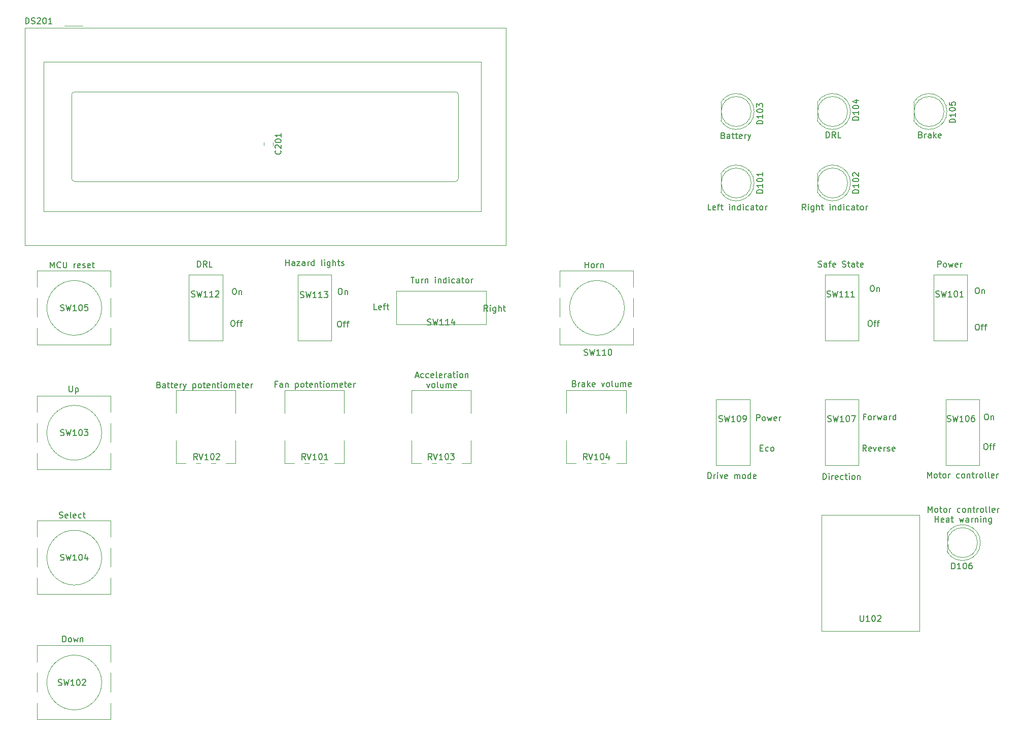
<source format=gbr>
%TF.GenerationSoftware,KiCad,Pcbnew,(5.1.9)-1*%
%TF.CreationDate,2021-02-05T13:08:36+01:00*%
%TF.ProjectId,testbench_io,74657374-6265-46e6-9368-5f696f2e6b69,rev?*%
%TF.SameCoordinates,Original*%
%TF.FileFunction,Legend,Top*%
%TF.FilePolarity,Positive*%
%FSLAX46Y46*%
G04 Gerber Fmt 4.6, Leading zero omitted, Abs format (unit mm)*
G04 Created by KiCad (PCBNEW (5.1.9)-1) date 2021-02-05 13:08:36*
%MOMM*%
%LPD*%
G01*
G04 APERTURE LIST*
%ADD10C,0.150000*%
%ADD11C,0.120000*%
G04 APERTURE END LIST*
D10*
X124357000Y-69128380D02*
X124357000Y-68128380D01*
X124357000Y-68604571D02*
X124928428Y-68604571D01*
X124928428Y-69128380D02*
X124928428Y-68128380D01*
X125547476Y-69128380D02*
X125452238Y-69080761D01*
X125404619Y-69033142D01*
X125357000Y-68937904D01*
X125357000Y-68652190D01*
X125404619Y-68556952D01*
X125452238Y-68509333D01*
X125547476Y-68461714D01*
X125690333Y-68461714D01*
X125785571Y-68509333D01*
X125833190Y-68556952D01*
X125880809Y-68652190D01*
X125880809Y-68937904D01*
X125833190Y-69033142D01*
X125785571Y-69080761D01*
X125690333Y-69128380D01*
X125547476Y-69128380D01*
X126309380Y-69128380D02*
X126309380Y-68461714D01*
X126309380Y-68652190D02*
X126357000Y-68556952D01*
X126404619Y-68509333D01*
X126499857Y-68461714D01*
X126595095Y-68461714D01*
X126928428Y-68461714D02*
X126928428Y-69128380D01*
X126928428Y-68556952D02*
X126976047Y-68509333D01*
X127071285Y-68461714D01*
X127214142Y-68461714D01*
X127309380Y-68509333D01*
X127357000Y-68604571D01*
X127357000Y-69128380D01*
X83280333Y-78034380D02*
X83470809Y-78034380D01*
X83566047Y-78082000D01*
X83661285Y-78177238D01*
X83708904Y-78367714D01*
X83708904Y-78701047D01*
X83661285Y-78891523D01*
X83566047Y-78986761D01*
X83470809Y-79034380D01*
X83280333Y-79034380D01*
X83185095Y-78986761D01*
X83089857Y-78891523D01*
X83042238Y-78701047D01*
X83042238Y-78367714D01*
X83089857Y-78177238D01*
X83185095Y-78082000D01*
X83280333Y-78034380D01*
X83994619Y-78367714D02*
X84375571Y-78367714D01*
X84137476Y-79034380D02*
X84137476Y-78177238D01*
X84185095Y-78082000D01*
X84280333Y-78034380D01*
X84375571Y-78034380D01*
X84566047Y-78367714D02*
X84947000Y-78367714D01*
X84708904Y-79034380D02*
X84708904Y-78177238D01*
X84756523Y-78082000D01*
X84851761Y-78034380D01*
X84947000Y-78034380D01*
X83399380Y-72573380D02*
X83589857Y-72573380D01*
X83685095Y-72621000D01*
X83780333Y-72716238D01*
X83827952Y-72906714D01*
X83827952Y-73240047D01*
X83780333Y-73430523D01*
X83685095Y-73525761D01*
X83589857Y-73573380D01*
X83399380Y-73573380D01*
X83304142Y-73525761D01*
X83208904Y-73430523D01*
X83161285Y-73240047D01*
X83161285Y-72906714D01*
X83208904Y-72716238D01*
X83304142Y-72621000D01*
X83399380Y-72573380D01*
X84256523Y-72906714D02*
X84256523Y-73573380D01*
X84256523Y-73001952D02*
X84304142Y-72954333D01*
X84399380Y-72906714D01*
X84542238Y-72906714D01*
X84637476Y-72954333D01*
X84685095Y-73049571D01*
X84685095Y-73573380D01*
X65500333Y-77907380D02*
X65690809Y-77907380D01*
X65786047Y-77955000D01*
X65881285Y-78050238D01*
X65928904Y-78240714D01*
X65928904Y-78574047D01*
X65881285Y-78764523D01*
X65786047Y-78859761D01*
X65690809Y-78907380D01*
X65500333Y-78907380D01*
X65405095Y-78859761D01*
X65309857Y-78764523D01*
X65262238Y-78574047D01*
X65262238Y-78240714D01*
X65309857Y-78050238D01*
X65405095Y-77955000D01*
X65500333Y-77907380D01*
X66214619Y-78240714D02*
X66595571Y-78240714D01*
X66357476Y-78907380D02*
X66357476Y-78050238D01*
X66405095Y-77955000D01*
X66500333Y-77907380D01*
X66595571Y-77907380D01*
X66786047Y-78240714D02*
X67167000Y-78240714D01*
X66928904Y-78907380D02*
X66928904Y-78050238D01*
X66976523Y-77955000D01*
X67071761Y-77907380D01*
X67167000Y-77907380D01*
X65746380Y-72573380D02*
X65936857Y-72573380D01*
X66032095Y-72621000D01*
X66127333Y-72716238D01*
X66174952Y-72906714D01*
X66174952Y-73240047D01*
X66127333Y-73430523D01*
X66032095Y-73525761D01*
X65936857Y-73573380D01*
X65746380Y-73573380D01*
X65651142Y-73525761D01*
X65555904Y-73430523D01*
X65508285Y-73240047D01*
X65508285Y-72906714D01*
X65555904Y-72716238D01*
X65651142Y-72621000D01*
X65746380Y-72573380D01*
X66603523Y-72906714D02*
X66603523Y-73573380D01*
X66603523Y-73001952D02*
X66651142Y-72954333D01*
X66746380Y-72906714D01*
X66889238Y-72906714D01*
X66984476Y-72954333D01*
X67032095Y-73049571D01*
X67032095Y-73573380D01*
X59666333Y-69001380D02*
X59666333Y-68001380D01*
X59904428Y-68001380D01*
X60047285Y-68049000D01*
X60142523Y-68144238D01*
X60190142Y-68239476D01*
X60237761Y-68429952D01*
X60237761Y-68572809D01*
X60190142Y-68763285D01*
X60142523Y-68858523D01*
X60047285Y-68953761D01*
X59904428Y-69001380D01*
X59666333Y-69001380D01*
X61237761Y-69001380D02*
X60904428Y-68525190D01*
X60666333Y-69001380D02*
X60666333Y-68001380D01*
X61047285Y-68001380D01*
X61142523Y-68049000D01*
X61190142Y-68096619D01*
X61237761Y-68191857D01*
X61237761Y-68334714D01*
X61190142Y-68429952D01*
X61142523Y-68477571D01*
X61047285Y-68525190D01*
X60666333Y-68525190D01*
X62142523Y-69001380D02*
X61666333Y-69001380D01*
X61666333Y-68001380D01*
X74414666Y-68747380D02*
X74414666Y-67747380D01*
X74414666Y-68223571D02*
X74986095Y-68223571D01*
X74986095Y-68747380D02*
X74986095Y-67747380D01*
X75890857Y-68747380D02*
X75890857Y-68223571D01*
X75843238Y-68128333D01*
X75748000Y-68080714D01*
X75557523Y-68080714D01*
X75462285Y-68128333D01*
X75890857Y-68699761D02*
X75795619Y-68747380D01*
X75557523Y-68747380D01*
X75462285Y-68699761D01*
X75414666Y-68604523D01*
X75414666Y-68509285D01*
X75462285Y-68414047D01*
X75557523Y-68366428D01*
X75795619Y-68366428D01*
X75890857Y-68318809D01*
X76271809Y-68080714D02*
X76795619Y-68080714D01*
X76271809Y-68747380D01*
X76795619Y-68747380D01*
X77605142Y-68747380D02*
X77605142Y-68223571D01*
X77557523Y-68128333D01*
X77462285Y-68080714D01*
X77271809Y-68080714D01*
X77176571Y-68128333D01*
X77605142Y-68699761D02*
X77509904Y-68747380D01*
X77271809Y-68747380D01*
X77176571Y-68699761D01*
X77128952Y-68604523D01*
X77128952Y-68509285D01*
X77176571Y-68414047D01*
X77271809Y-68366428D01*
X77509904Y-68366428D01*
X77605142Y-68318809D01*
X78081333Y-68747380D02*
X78081333Y-68080714D01*
X78081333Y-68271190D02*
X78128952Y-68175952D01*
X78176571Y-68128333D01*
X78271809Y-68080714D01*
X78367047Y-68080714D01*
X79128952Y-68747380D02*
X79128952Y-67747380D01*
X79128952Y-68699761D02*
X79033714Y-68747380D01*
X78843238Y-68747380D01*
X78748000Y-68699761D01*
X78700380Y-68652142D01*
X78652761Y-68556904D01*
X78652761Y-68271190D01*
X78700380Y-68175952D01*
X78748000Y-68128333D01*
X78843238Y-68080714D01*
X79033714Y-68080714D01*
X79128952Y-68128333D01*
X80509904Y-68747380D02*
X80414666Y-68699761D01*
X80367047Y-68604523D01*
X80367047Y-67747380D01*
X80890857Y-68747380D02*
X80890857Y-68080714D01*
X80890857Y-67747380D02*
X80843238Y-67795000D01*
X80890857Y-67842619D01*
X80938476Y-67795000D01*
X80890857Y-67747380D01*
X80890857Y-67842619D01*
X81795619Y-68080714D02*
X81795619Y-68890238D01*
X81748000Y-68985476D01*
X81700380Y-69033095D01*
X81605142Y-69080714D01*
X81462285Y-69080714D01*
X81367047Y-69033095D01*
X81795619Y-68699761D02*
X81700380Y-68747380D01*
X81509904Y-68747380D01*
X81414666Y-68699761D01*
X81367047Y-68652142D01*
X81319428Y-68556904D01*
X81319428Y-68271190D01*
X81367047Y-68175952D01*
X81414666Y-68128333D01*
X81509904Y-68080714D01*
X81700380Y-68080714D01*
X81795619Y-68128333D01*
X82271809Y-68747380D02*
X82271809Y-67747380D01*
X82700380Y-68747380D02*
X82700380Y-68223571D01*
X82652761Y-68128333D01*
X82557523Y-68080714D01*
X82414666Y-68080714D01*
X82319428Y-68128333D01*
X82271809Y-68175952D01*
X83033714Y-68080714D02*
X83414666Y-68080714D01*
X83176571Y-67747380D02*
X83176571Y-68604523D01*
X83224190Y-68699761D01*
X83319428Y-68747380D01*
X83414666Y-68747380D01*
X83700380Y-68699761D02*
X83795619Y-68747380D01*
X83986095Y-68747380D01*
X84081333Y-68699761D01*
X84128952Y-68604523D01*
X84128952Y-68556904D01*
X84081333Y-68461666D01*
X83986095Y-68414047D01*
X83843238Y-68414047D01*
X83748000Y-68366428D01*
X83700380Y-68271190D01*
X83700380Y-68223571D01*
X83748000Y-68128333D01*
X83843238Y-68080714D01*
X83986095Y-68080714D01*
X84081333Y-68128333D01*
X95266523Y-70668380D02*
X95837952Y-70668380D01*
X95552238Y-71668380D02*
X95552238Y-70668380D01*
X96599857Y-71001714D02*
X96599857Y-71668380D01*
X96171285Y-71001714D02*
X96171285Y-71525523D01*
X96218904Y-71620761D01*
X96314142Y-71668380D01*
X96457000Y-71668380D01*
X96552238Y-71620761D01*
X96599857Y-71573142D01*
X97076047Y-71668380D02*
X97076047Y-71001714D01*
X97076047Y-71192190D02*
X97123666Y-71096952D01*
X97171285Y-71049333D01*
X97266523Y-71001714D01*
X97361761Y-71001714D01*
X97695095Y-71001714D02*
X97695095Y-71668380D01*
X97695095Y-71096952D02*
X97742714Y-71049333D01*
X97837952Y-71001714D01*
X97980809Y-71001714D01*
X98076047Y-71049333D01*
X98123666Y-71144571D01*
X98123666Y-71668380D01*
X99361761Y-71668380D02*
X99361761Y-71001714D01*
X99361761Y-70668380D02*
X99314142Y-70716000D01*
X99361761Y-70763619D01*
X99409380Y-70716000D01*
X99361761Y-70668380D01*
X99361761Y-70763619D01*
X99837952Y-71001714D02*
X99837952Y-71668380D01*
X99837952Y-71096952D02*
X99885571Y-71049333D01*
X99980809Y-71001714D01*
X100123666Y-71001714D01*
X100218904Y-71049333D01*
X100266523Y-71144571D01*
X100266523Y-71668380D01*
X101171285Y-71668380D02*
X101171285Y-70668380D01*
X101171285Y-71620761D02*
X101076047Y-71668380D01*
X100885571Y-71668380D01*
X100790333Y-71620761D01*
X100742714Y-71573142D01*
X100695095Y-71477904D01*
X100695095Y-71192190D01*
X100742714Y-71096952D01*
X100790333Y-71049333D01*
X100885571Y-71001714D01*
X101076047Y-71001714D01*
X101171285Y-71049333D01*
X101647476Y-71668380D02*
X101647476Y-71001714D01*
X101647476Y-70668380D02*
X101599857Y-70716000D01*
X101647476Y-70763619D01*
X101695095Y-70716000D01*
X101647476Y-70668380D01*
X101647476Y-70763619D01*
X102552238Y-71620761D02*
X102457000Y-71668380D01*
X102266523Y-71668380D01*
X102171285Y-71620761D01*
X102123666Y-71573142D01*
X102076047Y-71477904D01*
X102076047Y-71192190D01*
X102123666Y-71096952D01*
X102171285Y-71049333D01*
X102266523Y-71001714D01*
X102457000Y-71001714D01*
X102552238Y-71049333D01*
X103409380Y-71668380D02*
X103409380Y-71144571D01*
X103361761Y-71049333D01*
X103266523Y-71001714D01*
X103076047Y-71001714D01*
X102980809Y-71049333D01*
X103409380Y-71620761D02*
X103314142Y-71668380D01*
X103076047Y-71668380D01*
X102980809Y-71620761D01*
X102933190Y-71525523D01*
X102933190Y-71430285D01*
X102980809Y-71335047D01*
X103076047Y-71287428D01*
X103314142Y-71287428D01*
X103409380Y-71239809D01*
X103742714Y-71001714D02*
X104123666Y-71001714D01*
X103885571Y-70668380D02*
X103885571Y-71525523D01*
X103933190Y-71620761D01*
X104028428Y-71668380D01*
X104123666Y-71668380D01*
X104599857Y-71668380D02*
X104504619Y-71620761D01*
X104457000Y-71573142D01*
X104409380Y-71477904D01*
X104409380Y-71192190D01*
X104457000Y-71096952D01*
X104504619Y-71049333D01*
X104599857Y-71001714D01*
X104742714Y-71001714D01*
X104837952Y-71049333D01*
X104885571Y-71096952D01*
X104933190Y-71192190D01*
X104933190Y-71477904D01*
X104885571Y-71573142D01*
X104837952Y-71620761D01*
X104742714Y-71668380D01*
X104599857Y-71668380D01*
X105361761Y-71668380D02*
X105361761Y-71001714D01*
X105361761Y-71192190D02*
X105409380Y-71096952D01*
X105457000Y-71049333D01*
X105552238Y-71001714D01*
X105647476Y-71001714D01*
X108100952Y-76367380D02*
X107767619Y-75891190D01*
X107529523Y-76367380D02*
X107529523Y-75367380D01*
X107910476Y-75367380D01*
X108005714Y-75415000D01*
X108053333Y-75462619D01*
X108100952Y-75557857D01*
X108100952Y-75700714D01*
X108053333Y-75795952D01*
X108005714Y-75843571D01*
X107910476Y-75891190D01*
X107529523Y-75891190D01*
X108529523Y-76367380D02*
X108529523Y-75700714D01*
X108529523Y-75367380D02*
X108481904Y-75415000D01*
X108529523Y-75462619D01*
X108577142Y-75415000D01*
X108529523Y-75367380D01*
X108529523Y-75462619D01*
X109434285Y-75700714D02*
X109434285Y-76510238D01*
X109386666Y-76605476D01*
X109339047Y-76653095D01*
X109243809Y-76700714D01*
X109100952Y-76700714D01*
X109005714Y-76653095D01*
X109434285Y-76319761D02*
X109339047Y-76367380D01*
X109148571Y-76367380D01*
X109053333Y-76319761D01*
X109005714Y-76272142D01*
X108958095Y-76176904D01*
X108958095Y-75891190D01*
X109005714Y-75795952D01*
X109053333Y-75748333D01*
X109148571Y-75700714D01*
X109339047Y-75700714D01*
X109434285Y-75748333D01*
X109910476Y-76367380D02*
X109910476Y-75367380D01*
X110339047Y-76367380D02*
X110339047Y-75843571D01*
X110291428Y-75748333D01*
X110196190Y-75700714D01*
X110053333Y-75700714D01*
X109958095Y-75748333D01*
X109910476Y-75795952D01*
X110672380Y-75700714D02*
X111053333Y-75700714D01*
X110815238Y-75367380D02*
X110815238Y-76224523D01*
X110862857Y-76319761D01*
X110958095Y-76367380D01*
X111053333Y-76367380D01*
X89606523Y-76113380D02*
X89130333Y-76113380D01*
X89130333Y-75113380D01*
X90320809Y-76065761D02*
X90225571Y-76113380D01*
X90035095Y-76113380D01*
X89939857Y-76065761D01*
X89892238Y-75970523D01*
X89892238Y-75589571D01*
X89939857Y-75494333D01*
X90035095Y-75446714D01*
X90225571Y-75446714D01*
X90320809Y-75494333D01*
X90368428Y-75589571D01*
X90368428Y-75684809D01*
X89892238Y-75780047D01*
X90654142Y-75446714D02*
X91035095Y-75446714D01*
X90797000Y-76113380D02*
X90797000Y-75256238D01*
X90844619Y-75161000D01*
X90939857Y-75113380D01*
X91035095Y-75113380D01*
X91225571Y-75446714D02*
X91606523Y-75446714D01*
X91368428Y-75113380D02*
X91368428Y-75970523D01*
X91416047Y-76065761D01*
X91511285Y-76113380D01*
X91606523Y-76113380D01*
X35139761Y-69128380D02*
X35139761Y-68128380D01*
X35473095Y-68842666D01*
X35806428Y-68128380D01*
X35806428Y-69128380D01*
X36854047Y-69033142D02*
X36806428Y-69080761D01*
X36663571Y-69128380D01*
X36568333Y-69128380D01*
X36425476Y-69080761D01*
X36330238Y-68985523D01*
X36282619Y-68890285D01*
X36235000Y-68699809D01*
X36235000Y-68556952D01*
X36282619Y-68366476D01*
X36330238Y-68271238D01*
X36425476Y-68176000D01*
X36568333Y-68128380D01*
X36663571Y-68128380D01*
X36806428Y-68176000D01*
X36854047Y-68223619D01*
X37282619Y-68128380D02*
X37282619Y-68937904D01*
X37330238Y-69033142D01*
X37377857Y-69080761D01*
X37473095Y-69128380D01*
X37663571Y-69128380D01*
X37758809Y-69080761D01*
X37806428Y-69033142D01*
X37854047Y-68937904D01*
X37854047Y-68128380D01*
X39092142Y-69128380D02*
X39092142Y-68461714D01*
X39092142Y-68652190D02*
X39139761Y-68556952D01*
X39187380Y-68509333D01*
X39282619Y-68461714D01*
X39377857Y-68461714D01*
X40092142Y-69080761D02*
X39996904Y-69128380D01*
X39806428Y-69128380D01*
X39711190Y-69080761D01*
X39663571Y-68985523D01*
X39663571Y-68604571D01*
X39711190Y-68509333D01*
X39806428Y-68461714D01*
X39996904Y-68461714D01*
X40092142Y-68509333D01*
X40139761Y-68604571D01*
X40139761Y-68699809D01*
X39663571Y-68795047D01*
X40520714Y-69080761D02*
X40615952Y-69128380D01*
X40806428Y-69128380D01*
X40901666Y-69080761D01*
X40949285Y-68985523D01*
X40949285Y-68937904D01*
X40901666Y-68842666D01*
X40806428Y-68795047D01*
X40663571Y-68795047D01*
X40568333Y-68747428D01*
X40520714Y-68652190D01*
X40520714Y-68604571D01*
X40568333Y-68509333D01*
X40663571Y-68461714D01*
X40806428Y-68461714D01*
X40901666Y-68509333D01*
X41758809Y-69080761D02*
X41663571Y-69128380D01*
X41473095Y-69128380D01*
X41377857Y-69080761D01*
X41330238Y-68985523D01*
X41330238Y-68604571D01*
X41377857Y-68509333D01*
X41473095Y-68461714D01*
X41663571Y-68461714D01*
X41758809Y-68509333D01*
X41806428Y-68604571D01*
X41806428Y-68699809D01*
X41330238Y-68795047D01*
X42092142Y-68461714D02*
X42473095Y-68461714D01*
X42235000Y-68128380D02*
X42235000Y-68985523D01*
X42282619Y-69080761D01*
X42377857Y-69128380D01*
X42473095Y-69128380D01*
X38250904Y-88829380D02*
X38250904Y-89638904D01*
X38298523Y-89734142D01*
X38346142Y-89781761D01*
X38441380Y-89829380D01*
X38631857Y-89829380D01*
X38727095Y-89781761D01*
X38774714Y-89734142D01*
X38822333Y-89638904D01*
X38822333Y-88829380D01*
X39298523Y-89162714D02*
X39298523Y-90162714D01*
X39298523Y-89210333D02*
X39393761Y-89162714D01*
X39584238Y-89162714D01*
X39679476Y-89210333D01*
X39727095Y-89257952D01*
X39774714Y-89353190D01*
X39774714Y-89638904D01*
X39727095Y-89734142D01*
X39679476Y-89781761D01*
X39584238Y-89829380D01*
X39393761Y-89829380D01*
X39298523Y-89781761D01*
X36615952Y-110863761D02*
X36758809Y-110911380D01*
X36996904Y-110911380D01*
X37092142Y-110863761D01*
X37139761Y-110816142D01*
X37187380Y-110720904D01*
X37187380Y-110625666D01*
X37139761Y-110530428D01*
X37092142Y-110482809D01*
X36996904Y-110435190D01*
X36806428Y-110387571D01*
X36711190Y-110339952D01*
X36663571Y-110292333D01*
X36615952Y-110197095D01*
X36615952Y-110101857D01*
X36663571Y-110006619D01*
X36711190Y-109959000D01*
X36806428Y-109911380D01*
X37044523Y-109911380D01*
X37187380Y-109959000D01*
X37996904Y-110863761D02*
X37901666Y-110911380D01*
X37711190Y-110911380D01*
X37615952Y-110863761D01*
X37568333Y-110768523D01*
X37568333Y-110387571D01*
X37615952Y-110292333D01*
X37711190Y-110244714D01*
X37901666Y-110244714D01*
X37996904Y-110292333D01*
X38044523Y-110387571D01*
X38044523Y-110482809D01*
X37568333Y-110578047D01*
X38615952Y-110911380D02*
X38520714Y-110863761D01*
X38473095Y-110768523D01*
X38473095Y-109911380D01*
X39377857Y-110863761D02*
X39282619Y-110911380D01*
X39092142Y-110911380D01*
X38996904Y-110863761D01*
X38949285Y-110768523D01*
X38949285Y-110387571D01*
X38996904Y-110292333D01*
X39092142Y-110244714D01*
X39282619Y-110244714D01*
X39377857Y-110292333D01*
X39425476Y-110387571D01*
X39425476Y-110482809D01*
X38949285Y-110578047D01*
X40282619Y-110863761D02*
X40187380Y-110911380D01*
X39996904Y-110911380D01*
X39901666Y-110863761D01*
X39854047Y-110816142D01*
X39806428Y-110720904D01*
X39806428Y-110435190D01*
X39854047Y-110339952D01*
X39901666Y-110292333D01*
X39996904Y-110244714D01*
X40187380Y-110244714D01*
X40282619Y-110292333D01*
X40568333Y-110244714D02*
X40949285Y-110244714D01*
X40711190Y-109911380D02*
X40711190Y-110768523D01*
X40758809Y-110863761D01*
X40854047Y-110911380D01*
X40949285Y-110911380D01*
X37171523Y-131612380D02*
X37171523Y-130612380D01*
X37409619Y-130612380D01*
X37552476Y-130660000D01*
X37647714Y-130755238D01*
X37695333Y-130850476D01*
X37742952Y-131040952D01*
X37742952Y-131183809D01*
X37695333Y-131374285D01*
X37647714Y-131469523D01*
X37552476Y-131564761D01*
X37409619Y-131612380D01*
X37171523Y-131612380D01*
X38314380Y-131612380D02*
X38219142Y-131564761D01*
X38171523Y-131517142D01*
X38123904Y-131421904D01*
X38123904Y-131136190D01*
X38171523Y-131040952D01*
X38219142Y-130993333D01*
X38314380Y-130945714D01*
X38457238Y-130945714D01*
X38552476Y-130993333D01*
X38600095Y-131040952D01*
X38647714Y-131136190D01*
X38647714Y-131421904D01*
X38600095Y-131517142D01*
X38552476Y-131564761D01*
X38457238Y-131612380D01*
X38314380Y-131612380D01*
X38981047Y-130945714D02*
X39171523Y-131612380D01*
X39362000Y-131136190D01*
X39552476Y-131612380D01*
X39742952Y-130945714D01*
X40123904Y-130945714D02*
X40123904Y-131612380D01*
X40123904Y-131040952D02*
X40171523Y-130993333D01*
X40266761Y-130945714D01*
X40409619Y-130945714D01*
X40504857Y-130993333D01*
X40552476Y-131088571D01*
X40552476Y-131612380D01*
X53213952Y-88670571D02*
X53356809Y-88718190D01*
X53404428Y-88765809D01*
X53452047Y-88861047D01*
X53452047Y-89003904D01*
X53404428Y-89099142D01*
X53356809Y-89146761D01*
X53261571Y-89194380D01*
X52880619Y-89194380D01*
X52880619Y-88194380D01*
X53213952Y-88194380D01*
X53309190Y-88242000D01*
X53356809Y-88289619D01*
X53404428Y-88384857D01*
X53404428Y-88480095D01*
X53356809Y-88575333D01*
X53309190Y-88622952D01*
X53213952Y-88670571D01*
X52880619Y-88670571D01*
X54309190Y-89194380D02*
X54309190Y-88670571D01*
X54261571Y-88575333D01*
X54166333Y-88527714D01*
X53975857Y-88527714D01*
X53880619Y-88575333D01*
X54309190Y-89146761D02*
X54213952Y-89194380D01*
X53975857Y-89194380D01*
X53880619Y-89146761D01*
X53833000Y-89051523D01*
X53833000Y-88956285D01*
X53880619Y-88861047D01*
X53975857Y-88813428D01*
X54213952Y-88813428D01*
X54309190Y-88765809D01*
X54642523Y-88527714D02*
X55023476Y-88527714D01*
X54785380Y-88194380D02*
X54785380Y-89051523D01*
X54833000Y-89146761D01*
X54928238Y-89194380D01*
X55023476Y-89194380D01*
X55213952Y-88527714D02*
X55594904Y-88527714D01*
X55356809Y-88194380D02*
X55356809Y-89051523D01*
X55404428Y-89146761D01*
X55499666Y-89194380D01*
X55594904Y-89194380D01*
X56309190Y-89146761D02*
X56213952Y-89194380D01*
X56023476Y-89194380D01*
X55928238Y-89146761D01*
X55880619Y-89051523D01*
X55880619Y-88670571D01*
X55928238Y-88575333D01*
X56023476Y-88527714D01*
X56213952Y-88527714D01*
X56309190Y-88575333D01*
X56356809Y-88670571D01*
X56356809Y-88765809D01*
X55880619Y-88861047D01*
X56785380Y-89194380D02*
X56785380Y-88527714D01*
X56785380Y-88718190D02*
X56832999Y-88622952D01*
X56880619Y-88575333D01*
X56975857Y-88527714D01*
X57071095Y-88527714D01*
X57309190Y-88527714D02*
X57547285Y-89194380D01*
X57785380Y-88527714D02*
X57547285Y-89194380D01*
X57452047Y-89432476D01*
X57404428Y-89480095D01*
X57309190Y-89527714D01*
X58928238Y-88527714D02*
X58928238Y-89527714D01*
X58928238Y-88575333D02*
X59023476Y-88527714D01*
X59213952Y-88527714D01*
X59309190Y-88575333D01*
X59356809Y-88622952D01*
X59404428Y-88718190D01*
X59404428Y-89003904D01*
X59356809Y-89099142D01*
X59309190Y-89146761D01*
X59213952Y-89194380D01*
X59023476Y-89194380D01*
X58928238Y-89146761D01*
X59975857Y-89194380D02*
X59880619Y-89146761D01*
X59833000Y-89099142D01*
X59785380Y-89003904D01*
X59785380Y-88718190D01*
X59833000Y-88622952D01*
X59880619Y-88575333D01*
X59975857Y-88527714D01*
X60118714Y-88527714D01*
X60213952Y-88575333D01*
X60261571Y-88622952D01*
X60309190Y-88718190D01*
X60309190Y-89003904D01*
X60261571Y-89099142D01*
X60213952Y-89146761D01*
X60118714Y-89194380D01*
X59975857Y-89194380D01*
X60594904Y-88527714D02*
X60975857Y-88527714D01*
X60737761Y-88194380D02*
X60737761Y-89051523D01*
X60785380Y-89146761D01*
X60880619Y-89194380D01*
X60975857Y-89194380D01*
X61690142Y-89146761D02*
X61594904Y-89194380D01*
X61404428Y-89194380D01*
X61309190Y-89146761D01*
X61261571Y-89051523D01*
X61261571Y-88670571D01*
X61309190Y-88575333D01*
X61404428Y-88527714D01*
X61594904Y-88527714D01*
X61690142Y-88575333D01*
X61737761Y-88670571D01*
X61737761Y-88765809D01*
X61261571Y-88861047D01*
X62166333Y-88527714D02*
X62166333Y-89194380D01*
X62166333Y-88622952D02*
X62213952Y-88575333D01*
X62309190Y-88527714D01*
X62452047Y-88527714D01*
X62547285Y-88575333D01*
X62594904Y-88670571D01*
X62594904Y-89194380D01*
X62928238Y-88527714D02*
X63309190Y-88527714D01*
X63071095Y-88194380D02*
X63071095Y-89051523D01*
X63118714Y-89146761D01*
X63213952Y-89194380D01*
X63309190Y-89194380D01*
X63642523Y-89194380D02*
X63642523Y-88527714D01*
X63642523Y-88194380D02*
X63594904Y-88242000D01*
X63642523Y-88289619D01*
X63690142Y-88242000D01*
X63642523Y-88194380D01*
X63642523Y-88289619D01*
X64261571Y-89194380D02*
X64166333Y-89146761D01*
X64118714Y-89099142D01*
X64071095Y-89003904D01*
X64071095Y-88718190D01*
X64118714Y-88622952D01*
X64166333Y-88575333D01*
X64261571Y-88527714D01*
X64404428Y-88527714D01*
X64499666Y-88575333D01*
X64547285Y-88622952D01*
X64594904Y-88718190D01*
X64594904Y-89003904D01*
X64547285Y-89099142D01*
X64499666Y-89146761D01*
X64404428Y-89194380D01*
X64261571Y-89194380D01*
X65023476Y-89194380D02*
X65023476Y-88527714D01*
X65023476Y-88622952D02*
X65071095Y-88575333D01*
X65166333Y-88527714D01*
X65309190Y-88527714D01*
X65404428Y-88575333D01*
X65452047Y-88670571D01*
X65452047Y-89194380D01*
X65452047Y-88670571D02*
X65499666Y-88575333D01*
X65594904Y-88527714D01*
X65737761Y-88527714D01*
X65832999Y-88575333D01*
X65880619Y-88670571D01*
X65880619Y-89194380D01*
X66737761Y-89146761D02*
X66642523Y-89194380D01*
X66452047Y-89194380D01*
X66356809Y-89146761D01*
X66309190Y-89051523D01*
X66309190Y-88670571D01*
X66356809Y-88575333D01*
X66452047Y-88527714D01*
X66642523Y-88527714D01*
X66737761Y-88575333D01*
X66785380Y-88670571D01*
X66785380Y-88765809D01*
X66309190Y-88861047D01*
X67071095Y-88527714D02*
X67452047Y-88527714D01*
X67213952Y-88194380D02*
X67213952Y-89051523D01*
X67261571Y-89146761D01*
X67356809Y-89194380D01*
X67452047Y-89194380D01*
X68166333Y-89146761D02*
X68071095Y-89194380D01*
X67880619Y-89194380D01*
X67785380Y-89146761D01*
X67737761Y-89051523D01*
X67737761Y-88670571D01*
X67785380Y-88575333D01*
X67880619Y-88527714D01*
X68071095Y-88527714D01*
X68166333Y-88575333D01*
X68213952Y-88670571D01*
X68213952Y-88765809D01*
X67737761Y-88861047D01*
X68642523Y-89194380D02*
X68642523Y-88527714D01*
X68642523Y-88718190D02*
X68690142Y-88622952D01*
X68737761Y-88575333D01*
X68833000Y-88527714D01*
X68928238Y-88527714D01*
X72938476Y-88543571D02*
X72605142Y-88543571D01*
X72605142Y-89067380D02*
X72605142Y-88067380D01*
X73081333Y-88067380D01*
X73890857Y-89067380D02*
X73890857Y-88543571D01*
X73843238Y-88448333D01*
X73748000Y-88400714D01*
X73557523Y-88400714D01*
X73462285Y-88448333D01*
X73890857Y-89019761D02*
X73795619Y-89067380D01*
X73557523Y-89067380D01*
X73462285Y-89019761D01*
X73414666Y-88924523D01*
X73414666Y-88829285D01*
X73462285Y-88734047D01*
X73557523Y-88686428D01*
X73795619Y-88686428D01*
X73890857Y-88638809D01*
X74367047Y-88400714D02*
X74367047Y-89067380D01*
X74367047Y-88495952D02*
X74414666Y-88448333D01*
X74509904Y-88400714D01*
X74652761Y-88400714D01*
X74748000Y-88448333D01*
X74795619Y-88543571D01*
X74795619Y-89067380D01*
X76033714Y-88400714D02*
X76033714Y-89400714D01*
X76033714Y-88448333D02*
X76128952Y-88400714D01*
X76319428Y-88400714D01*
X76414666Y-88448333D01*
X76462285Y-88495952D01*
X76509904Y-88591190D01*
X76509904Y-88876904D01*
X76462285Y-88972142D01*
X76414666Y-89019761D01*
X76319428Y-89067380D01*
X76128952Y-89067380D01*
X76033714Y-89019761D01*
X77081333Y-89067380D02*
X76986095Y-89019761D01*
X76938476Y-88972142D01*
X76890857Y-88876904D01*
X76890857Y-88591190D01*
X76938476Y-88495952D01*
X76986095Y-88448333D01*
X77081333Y-88400714D01*
X77224190Y-88400714D01*
X77319428Y-88448333D01*
X77367047Y-88495952D01*
X77414666Y-88591190D01*
X77414666Y-88876904D01*
X77367047Y-88972142D01*
X77319428Y-89019761D01*
X77224190Y-89067380D01*
X77081333Y-89067380D01*
X77700380Y-88400714D02*
X78081333Y-88400714D01*
X77843238Y-88067380D02*
X77843238Y-88924523D01*
X77890857Y-89019761D01*
X77986095Y-89067380D01*
X78081333Y-89067380D01*
X78795619Y-89019761D02*
X78700380Y-89067380D01*
X78509904Y-89067380D01*
X78414666Y-89019761D01*
X78367047Y-88924523D01*
X78367047Y-88543571D01*
X78414666Y-88448333D01*
X78509904Y-88400714D01*
X78700380Y-88400714D01*
X78795619Y-88448333D01*
X78843238Y-88543571D01*
X78843238Y-88638809D01*
X78367047Y-88734047D01*
X79271809Y-88400714D02*
X79271809Y-89067380D01*
X79271809Y-88495952D02*
X79319428Y-88448333D01*
X79414666Y-88400714D01*
X79557523Y-88400714D01*
X79652761Y-88448333D01*
X79700380Y-88543571D01*
X79700380Y-89067380D01*
X80033714Y-88400714D02*
X80414666Y-88400714D01*
X80176571Y-88067380D02*
X80176571Y-88924523D01*
X80224190Y-89019761D01*
X80319428Y-89067380D01*
X80414666Y-89067380D01*
X80748000Y-89067380D02*
X80748000Y-88400714D01*
X80748000Y-88067380D02*
X80700380Y-88115000D01*
X80748000Y-88162619D01*
X80795619Y-88115000D01*
X80748000Y-88067380D01*
X80748000Y-88162619D01*
X81367047Y-89067380D02*
X81271809Y-89019761D01*
X81224190Y-88972142D01*
X81176571Y-88876904D01*
X81176571Y-88591190D01*
X81224190Y-88495952D01*
X81271809Y-88448333D01*
X81367047Y-88400714D01*
X81509904Y-88400714D01*
X81605142Y-88448333D01*
X81652761Y-88495952D01*
X81700380Y-88591190D01*
X81700380Y-88876904D01*
X81652761Y-88972142D01*
X81605142Y-89019761D01*
X81509904Y-89067380D01*
X81367047Y-89067380D01*
X82128952Y-89067380D02*
X82128952Y-88400714D01*
X82128952Y-88495952D02*
X82176571Y-88448333D01*
X82271809Y-88400714D01*
X82414666Y-88400714D01*
X82509904Y-88448333D01*
X82557523Y-88543571D01*
X82557523Y-89067380D01*
X82557523Y-88543571D02*
X82605142Y-88448333D01*
X82700380Y-88400714D01*
X82843238Y-88400714D01*
X82938476Y-88448333D01*
X82986095Y-88543571D01*
X82986095Y-89067380D01*
X83843238Y-89019761D02*
X83748000Y-89067380D01*
X83557523Y-89067380D01*
X83462285Y-89019761D01*
X83414666Y-88924523D01*
X83414666Y-88543571D01*
X83462285Y-88448333D01*
X83557523Y-88400714D01*
X83748000Y-88400714D01*
X83843238Y-88448333D01*
X83890857Y-88543571D01*
X83890857Y-88638809D01*
X83414666Y-88734047D01*
X84176571Y-88400714D02*
X84557523Y-88400714D01*
X84319428Y-88067380D02*
X84319428Y-88924523D01*
X84367047Y-89019761D01*
X84462285Y-89067380D01*
X84557523Y-89067380D01*
X85271809Y-89019761D02*
X85176571Y-89067380D01*
X84986095Y-89067380D01*
X84890857Y-89019761D01*
X84843238Y-88924523D01*
X84843238Y-88543571D01*
X84890857Y-88448333D01*
X84986095Y-88400714D01*
X85176571Y-88400714D01*
X85271809Y-88448333D01*
X85319428Y-88543571D01*
X85319428Y-88638809D01*
X84843238Y-88734047D01*
X85748000Y-89067380D02*
X85748000Y-88400714D01*
X85748000Y-88591190D02*
X85795619Y-88495952D01*
X85843238Y-88448333D01*
X85938476Y-88400714D01*
X86033714Y-88400714D01*
X96052238Y-87194666D02*
X96528428Y-87194666D01*
X95957000Y-87480380D02*
X96290333Y-86480380D01*
X96623666Y-87480380D01*
X97385571Y-87432761D02*
X97290333Y-87480380D01*
X97099857Y-87480380D01*
X97004619Y-87432761D01*
X96957000Y-87385142D01*
X96909380Y-87289904D01*
X96909380Y-87004190D01*
X96957000Y-86908952D01*
X97004619Y-86861333D01*
X97099857Y-86813714D01*
X97290333Y-86813714D01*
X97385571Y-86861333D01*
X98242714Y-87432761D02*
X98147476Y-87480380D01*
X97957000Y-87480380D01*
X97861761Y-87432761D01*
X97814142Y-87385142D01*
X97766523Y-87289904D01*
X97766523Y-87004190D01*
X97814142Y-86908952D01*
X97861761Y-86861333D01*
X97957000Y-86813714D01*
X98147476Y-86813714D01*
X98242714Y-86861333D01*
X99052238Y-87432761D02*
X98957000Y-87480380D01*
X98766523Y-87480380D01*
X98671285Y-87432761D01*
X98623666Y-87337523D01*
X98623666Y-86956571D01*
X98671285Y-86861333D01*
X98766523Y-86813714D01*
X98957000Y-86813714D01*
X99052238Y-86861333D01*
X99099857Y-86956571D01*
X99099857Y-87051809D01*
X98623666Y-87147047D01*
X99671285Y-87480380D02*
X99576047Y-87432761D01*
X99528428Y-87337523D01*
X99528428Y-86480380D01*
X100433190Y-87432761D02*
X100337952Y-87480380D01*
X100147476Y-87480380D01*
X100052238Y-87432761D01*
X100004619Y-87337523D01*
X100004619Y-86956571D01*
X100052238Y-86861333D01*
X100147476Y-86813714D01*
X100337952Y-86813714D01*
X100433190Y-86861333D01*
X100480809Y-86956571D01*
X100480809Y-87051809D01*
X100004619Y-87147047D01*
X100909380Y-87480380D02*
X100909380Y-86813714D01*
X100909380Y-87004190D02*
X100957000Y-86908952D01*
X101004619Y-86861333D01*
X101099857Y-86813714D01*
X101195095Y-86813714D01*
X101957000Y-87480380D02*
X101957000Y-86956571D01*
X101909380Y-86861333D01*
X101814142Y-86813714D01*
X101623666Y-86813714D01*
X101528428Y-86861333D01*
X101957000Y-87432761D02*
X101861761Y-87480380D01*
X101623666Y-87480380D01*
X101528428Y-87432761D01*
X101480809Y-87337523D01*
X101480809Y-87242285D01*
X101528428Y-87147047D01*
X101623666Y-87099428D01*
X101861761Y-87099428D01*
X101957000Y-87051809D01*
X102290333Y-86813714D02*
X102671285Y-86813714D01*
X102433190Y-86480380D02*
X102433190Y-87337523D01*
X102480809Y-87432761D01*
X102576047Y-87480380D01*
X102671285Y-87480380D01*
X103004619Y-87480380D02*
X103004619Y-86813714D01*
X103004619Y-86480380D02*
X102957000Y-86528000D01*
X103004619Y-86575619D01*
X103052238Y-86528000D01*
X103004619Y-86480380D01*
X103004619Y-86575619D01*
X103623666Y-87480380D02*
X103528428Y-87432761D01*
X103480809Y-87385142D01*
X103433190Y-87289904D01*
X103433190Y-87004190D01*
X103480809Y-86908952D01*
X103528428Y-86861333D01*
X103623666Y-86813714D01*
X103766523Y-86813714D01*
X103861761Y-86861333D01*
X103909380Y-86908952D01*
X103957000Y-87004190D01*
X103957000Y-87289904D01*
X103909380Y-87385142D01*
X103861761Y-87432761D01*
X103766523Y-87480380D01*
X103623666Y-87480380D01*
X104385571Y-86813714D02*
X104385571Y-87480380D01*
X104385571Y-86908952D02*
X104433190Y-86861333D01*
X104528428Y-86813714D01*
X104671285Y-86813714D01*
X104766523Y-86861333D01*
X104814142Y-86956571D01*
X104814142Y-87480380D01*
X97957000Y-88463714D02*
X98195095Y-89130380D01*
X98433190Y-88463714D01*
X98957000Y-89130380D02*
X98861761Y-89082761D01*
X98814142Y-89035142D01*
X98766523Y-88939904D01*
X98766523Y-88654190D01*
X98814142Y-88558952D01*
X98861761Y-88511333D01*
X98957000Y-88463714D01*
X99099857Y-88463714D01*
X99195095Y-88511333D01*
X99242714Y-88558952D01*
X99290333Y-88654190D01*
X99290333Y-88939904D01*
X99242714Y-89035142D01*
X99195095Y-89082761D01*
X99099857Y-89130380D01*
X98957000Y-89130380D01*
X99861761Y-89130380D02*
X99766523Y-89082761D01*
X99718904Y-88987523D01*
X99718904Y-88130380D01*
X100671285Y-88463714D02*
X100671285Y-89130380D01*
X100242714Y-88463714D02*
X100242714Y-88987523D01*
X100290333Y-89082761D01*
X100385571Y-89130380D01*
X100528428Y-89130380D01*
X100623666Y-89082761D01*
X100671285Y-89035142D01*
X101147476Y-89130380D02*
X101147476Y-88463714D01*
X101147476Y-88558952D02*
X101195095Y-88511333D01*
X101290333Y-88463714D01*
X101433190Y-88463714D01*
X101528428Y-88511333D01*
X101576047Y-88606571D01*
X101576047Y-89130380D01*
X101576047Y-88606571D02*
X101623666Y-88511333D01*
X101718904Y-88463714D01*
X101861761Y-88463714D01*
X101957000Y-88511333D01*
X102004619Y-88606571D01*
X102004619Y-89130380D01*
X102861761Y-89082761D02*
X102766523Y-89130380D01*
X102576047Y-89130380D01*
X102480809Y-89082761D01*
X102433190Y-88987523D01*
X102433190Y-88606571D01*
X102480809Y-88511333D01*
X102576047Y-88463714D01*
X102766523Y-88463714D01*
X102861761Y-88511333D01*
X102909380Y-88606571D01*
X102909380Y-88701809D01*
X102433190Y-88797047D01*
X122579380Y-88447571D02*
X122722238Y-88495190D01*
X122769857Y-88542809D01*
X122817476Y-88638047D01*
X122817476Y-88780904D01*
X122769857Y-88876142D01*
X122722238Y-88923761D01*
X122627000Y-88971380D01*
X122246047Y-88971380D01*
X122246047Y-87971380D01*
X122579380Y-87971380D01*
X122674619Y-88019000D01*
X122722238Y-88066619D01*
X122769857Y-88161857D01*
X122769857Y-88257095D01*
X122722238Y-88352333D01*
X122674619Y-88399952D01*
X122579380Y-88447571D01*
X122246047Y-88447571D01*
X123246047Y-88971380D02*
X123246047Y-88304714D01*
X123246047Y-88495190D02*
X123293666Y-88399952D01*
X123341285Y-88352333D01*
X123436523Y-88304714D01*
X123531761Y-88304714D01*
X124293666Y-88971380D02*
X124293666Y-88447571D01*
X124246047Y-88352333D01*
X124150809Y-88304714D01*
X123960333Y-88304714D01*
X123865095Y-88352333D01*
X124293666Y-88923761D02*
X124198428Y-88971380D01*
X123960333Y-88971380D01*
X123865095Y-88923761D01*
X123817476Y-88828523D01*
X123817476Y-88733285D01*
X123865095Y-88638047D01*
X123960333Y-88590428D01*
X124198428Y-88590428D01*
X124293666Y-88542809D01*
X124769857Y-88971380D02*
X124769857Y-87971380D01*
X124865095Y-88590428D02*
X125150809Y-88971380D01*
X125150809Y-88304714D02*
X124769857Y-88685666D01*
X125960333Y-88923761D02*
X125865095Y-88971380D01*
X125674619Y-88971380D01*
X125579380Y-88923761D01*
X125531761Y-88828523D01*
X125531761Y-88447571D01*
X125579380Y-88352333D01*
X125674619Y-88304714D01*
X125865095Y-88304714D01*
X125960333Y-88352333D01*
X126007952Y-88447571D01*
X126007952Y-88542809D01*
X125531761Y-88638047D01*
X127103190Y-88304714D02*
X127341285Y-88971380D01*
X127579380Y-88304714D01*
X128103190Y-88971380D02*
X128007952Y-88923761D01*
X127960333Y-88876142D01*
X127912714Y-88780904D01*
X127912714Y-88495190D01*
X127960333Y-88399952D01*
X128007952Y-88352333D01*
X128103190Y-88304714D01*
X128246047Y-88304714D01*
X128341285Y-88352333D01*
X128388904Y-88399952D01*
X128436523Y-88495190D01*
X128436523Y-88780904D01*
X128388904Y-88876142D01*
X128341285Y-88923761D01*
X128246047Y-88971380D01*
X128103190Y-88971380D01*
X129007952Y-88971380D02*
X128912714Y-88923761D01*
X128865095Y-88828523D01*
X128865095Y-87971380D01*
X129817476Y-88304714D02*
X129817476Y-88971380D01*
X129388904Y-88304714D02*
X129388904Y-88828523D01*
X129436523Y-88923761D01*
X129531761Y-88971380D01*
X129674619Y-88971380D01*
X129769857Y-88923761D01*
X129817476Y-88876142D01*
X130293666Y-88971380D02*
X130293666Y-88304714D01*
X130293666Y-88399952D02*
X130341285Y-88352333D01*
X130436523Y-88304714D01*
X130579380Y-88304714D01*
X130674619Y-88352333D01*
X130722238Y-88447571D01*
X130722238Y-88971380D01*
X130722238Y-88447571D02*
X130769857Y-88352333D01*
X130865095Y-88304714D01*
X131007952Y-88304714D01*
X131103190Y-88352333D01*
X131150809Y-88447571D01*
X131150809Y-88971380D01*
X132007952Y-88923761D02*
X131912714Y-88971380D01*
X131722238Y-88971380D01*
X131627000Y-88923761D01*
X131579380Y-88828523D01*
X131579380Y-88447571D01*
X131627000Y-88352333D01*
X131722238Y-88304714D01*
X131912714Y-88304714D01*
X132007952Y-88352333D01*
X132055571Y-88447571D01*
X132055571Y-88542809D01*
X131579380Y-88638047D01*
X181594857Y-109959380D02*
X181594857Y-108959380D01*
X181928190Y-109673666D01*
X182261523Y-108959380D01*
X182261523Y-109959380D01*
X182880571Y-109959380D02*
X182785333Y-109911761D01*
X182737714Y-109864142D01*
X182690095Y-109768904D01*
X182690095Y-109483190D01*
X182737714Y-109387952D01*
X182785333Y-109340333D01*
X182880571Y-109292714D01*
X183023428Y-109292714D01*
X183118666Y-109340333D01*
X183166285Y-109387952D01*
X183213904Y-109483190D01*
X183213904Y-109768904D01*
X183166285Y-109864142D01*
X183118666Y-109911761D01*
X183023428Y-109959380D01*
X182880571Y-109959380D01*
X183499619Y-109292714D02*
X183880571Y-109292714D01*
X183642476Y-108959380D02*
X183642476Y-109816523D01*
X183690095Y-109911761D01*
X183785333Y-109959380D01*
X183880571Y-109959380D01*
X184356761Y-109959380D02*
X184261523Y-109911761D01*
X184213904Y-109864142D01*
X184166285Y-109768904D01*
X184166285Y-109483190D01*
X184213904Y-109387952D01*
X184261523Y-109340333D01*
X184356761Y-109292714D01*
X184499619Y-109292714D01*
X184594857Y-109340333D01*
X184642476Y-109387952D01*
X184690095Y-109483190D01*
X184690095Y-109768904D01*
X184642476Y-109864142D01*
X184594857Y-109911761D01*
X184499619Y-109959380D01*
X184356761Y-109959380D01*
X185118666Y-109959380D02*
X185118666Y-109292714D01*
X185118666Y-109483190D02*
X185166285Y-109387952D01*
X185213904Y-109340333D01*
X185309142Y-109292714D01*
X185404380Y-109292714D01*
X186928190Y-109911761D02*
X186832952Y-109959380D01*
X186642476Y-109959380D01*
X186547238Y-109911761D01*
X186499619Y-109864142D01*
X186452000Y-109768904D01*
X186452000Y-109483190D01*
X186499619Y-109387952D01*
X186547238Y-109340333D01*
X186642476Y-109292714D01*
X186832952Y-109292714D01*
X186928190Y-109340333D01*
X187499619Y-109959380D02*
X187404380Y-109911761D01*
X187356761Y-109864142D01*
X187309142Y-109768904D01*
X187309142Y-109483190D01*
X187356761Y-109387952D01*
X187404380Y-109340333D01*
X187499619Y-109292714D01*
X187642476Y-109292714D01*
X187737714Y-109340333D01*
X187785333Y-109387952D01*
X187832952Y-109483190D01*
X187832952Y-109768904D01*
X187785333Y-109864142D01*
X187737714Y-109911761D01*
X187642476Y-109959380D01*
X187499619Y-109959380D01*
X188261523Y-109292714D02*
X188261523Y-109959380D01*
X188261523Y-109387952D02*
X188309142Y-109340333D01*
X188404380Y-109292714D01*
X188547238Y-109292714D01*
X188642476Y-109340333D01*
X188690095Y-109435571D01*
X188690095Y-109959380D01*
X189023428Y-109292714D02*
X189404380Y-109292714D01*
X189166285Y-108959380D02*
X189166285Y-109816523D01*
X189213904Y-109911761D01*
X189309142Y-109959380D01*
X189404380Y-109959380D01*
X189737714Y-109959380D02*
X189737714Y-109292714D01*
X189737714Y-109483190D02*
X189785333Y-109387952D01*
X189832952Y-109340333D01*
X189928190Y-109292714D01*
X190023428Y-109292714D01*
X190499619Y-109959380D02*
X190404380Y-109911761D01*
X190356761Y-109864142D01*
X190309142Y-109768904D01*
X190309142Y-109483190D01*
X190356761Y-109387952D01*
X190404380Y-109340333D01*
X190499619Y-109292714D01*
X190642476Y-109292714D01*
X190737714Y-109340333D01*
X190785333Y-109387952D01*
X190832952Y-109483190D01*
X190832952Y-109768904D01*
X190785333Y-109864142D01*
X190737714Y-109911761D01*
X190642476Y-109959380D01*
X190499619Y-109959380D01*
X191404380Y-109959380D02*
X191309142Y-109911761D01*
X191261523Y-109816523D01*
X191261523Y-108959380D01*
X191928190Y-109959380D02*
X191832952Y-109911761D01*
X191785333Y-109816523D01*
X191785333Y-108959380D01*
X192690095Y-109911761D02*
X192594857Y-109959380D01*
X192404380Y-109959380D01*
X192309142Y-109911761D01*
X192261523Y-109816523D01*
X192261523Y-109435571D01*
X192309142Y-109340333D01*
X192404380Y-109292714D01*
X192594857Y-109292714D01*
X192690095Y-109340333D01*
X192737714Y-109435571D01*
X192737714Y-109530809D01*
X192261523Y-109626047D01*
X193166285Y-109959380D02*
X193166285Y-109292714D01*
X193166285Y-109483190D02*
X193213904Y-109387952D01*
X193261523Y-109340333D01*
X193356761Y-109292714D01*
X193452000Y-109292714D01*
X182737714Y-111609380D02*
X182737714Y-110609380D01*
X182737714Y-111085571D02*
X183309142Y-111085571D01*
X183309142Y-111609380D02*
X183309142Y-110609380D01*
X184166285Y-111561761D02*
X184071047Y-111609380D01*
X183880571Y-111609380D01*
X183785333Y-111561761D01*
X183737714Y-111466523D01*
X183737714Y-111085571D01*
X183785333Y-110990333D01*
X183880571Y-110942714D01*
X184071047Y-110942714D01*
X184166285Y-110990333D01*
X184213904Y-111085571D01*
X184213904Y-111180809D01*
X183737714Y-111276047D01*
X185071047Y-111609380D02*
X185071047Y-111085571D01*
X185023428Y-110990333D01*
X184928190Y-110942714D01*
X184737714Y-110942714D01*
X184642476Y-110990333D01*
X185071047Y-111561761D02*
X184975809Y-111609380D01*
X184737714Y-111609380D01*
X184642476Y-111561761D01*
X184594857Y-111466523D01*
X184594857Y-111371285D01*
X184642476Y-111276047D01*
X184737714Y-111228428D01*
X184975809Y-111228428D01*
X185071047Y-111180809D01*
X185404380Y-110942714D02*
X185785333Y-110942714D01*
X185547238Y-110609380D02*
X185547238Y-111466523D01*
X185594857Y-111561761D01*
X185690095Y-111609380D01*
X185785333Y-111609380D01*
X186785333Y-110942714D02*
X186975809Y-111609380D01*
X187166285Y-111133190D01*
X187356761Y-111609380D01*
X187547238Y-110942714D01*
X188356761Y-111609380D02*
X188356761Y-111085571D01*
X188309142Y-110990333D01*
X188213904Y-110942714D01*
X188023428Y-110942714D01*
X187928190Y-110990333D01*
X188356761Y-111561761D02*
X188261523Y-111609380D01*
X188023428Y-111609380D01*
X187928190Y-111561761D01*
X187880571Y-111466523D01*
X187880571Y-111371285D01*
X187928190Y-111276047D01*
X188023428Y-111228428D01*
X188261523Y-111228428D01*
X188356761Y-111180809D01*
X188832952Y-111609380D02*
X188832952Y-110942714D01*
X188832952Y-111133190D02*
X188880571Y-111037952D01*
X188928190Y-110990333D01*
X189023428Y-110942714D01*
X189118666Y-110942714D01*
X189452000Y-110942714D02*
X189452000Y-111609380D01*
X189452000Y-111037952D02*
X189499619Y-110990333D01*
X189594857Y-110942714D01*
X189737714Y-110942714D01*
X189832952Y-110990333D01*
X189880571Y-111085571D01*
X189880571Y-111609380D01*
X190356761Y-111609380D02*
X190356761Y-110942714D01*
X190356761Y-110609380D02*
X190309142Y-110657000D01*
X190356761Y-110704619D01*
X190404380Y-110657000D01*
X190356761Y-110609380D01*
X190356761Y-110704619D01*
X190832952Y-110942714D02*
X190832952Y-111609380D01*
X190832952Y-111037952D02*
X190880571Y-110990333D01*
X190975809Y-110942714D01*
X191118666Y-110942714D01*
X191213904Y-110990333D01*
X191261523Y-111085571D01*
X191261523Y-111609380D01*
X192166285Y-110942714D02*
X192166285Y-111752238D01*
X192118666Y-111847476D01*
X192071047Y-111895095D01*
X191975809Y-111942714D01*
X191832952Y-111942714D01*
X191737714Y-111895095D01*
X192166285Y-111561761D02*
X192071047Y-111609380D01*
X191880571Y-111609380D01*
X191785333Y-111561761D01*
X191737714Y-111514142D01*
X191690095Y-111418904D01*
X191690095Y-111133190D01*
X191737714Y-111037952D01*
X191785333Y-110990333D01*
X191880571Y-110942714D01*
X192071047Y-110942714D01*
X192166285Y-110990333D01*
X152963809Y-94655380D02*
X152963809Y-93655380D01*
X153344761Y-93655380D01*
X153440000Y-93703000D01*
X153487619Y-93750619D01*
X153535238Y-93845857D01*
X153535238Y-93988714D01*
X153487619Y-94083952D01*
X153440000Y-94131571D01*
X153344761Y-94179190D01*
X152963809Y-94179190D01*
X154106666Y-94655380D02*
X154011428Y-94607761D01*
X153963809Y-94560142D01*
X153916190Y-94464904D01*
X153916190Y-94179190D01*
X153963809Y-94083952D01*
X154011428Y-94036333D01*
X154106666Y-93988714D01*
X154249523Y-93988714D01*
X154344761Y-94036333D01*
X154392380Y-94083952D01*
X154440000Y-94179190D01*
X154440000Y-94464904D01*
X154392380Y-94560142D01*
X154344761Y-94607761D01*
X154249523Y-94655380D01*
X154106666Y-94655380D01*
X154773333Y-93988714D02*
X154963809Y-94655380D01*
X155154285Y-94179190D01*
X155344761Y-94655380D01*
X155535238Y-93988714D01*
X156297142Y-94607761D02*
X156201904Y-94655380D01*
X156011428Y-94655380D01*
X155916190Y-94607761D01*
X155868571Y-94512523D01*
X155868571Y-94131571D01*
X155916190Y-94036333D01*
X156011428Y-93988714D01*
X156201904Y-93988714D01*
X156297142Y-94036333D01*
X156344761Y-94131571D01*
X156344761Y-94226809D01*
X155868571Y-94322047D01*
X156773333Y-94655380D02*
X156773333Y-93988714D01*
X156773333Y-94179190D02*
X156820952Y-94083952D01*
X156868571Y-94036333D01*
X156963809Y-93988714D01*
X157059047Y-93988714D01*
X153590761Y-99211571D02*
X153924095Y-99211571D01*
X154066952Y-99735380D02*
X153590761Y-99735380D01*
X153590761Y-98735380D01*
X154066952Y-98735380D01*
X154924095Y-99687761D02*
X154828857Y-99735380D01*
X154638380Y-99735380D01*
X154543142Y-99687761D01*
X154495523Y-99640142D01*
X154447904Y-99544904D01*
X154447904Y-99259190D01*
X154495523Y-99163952D01*
X154543142Y-99116333D01*
X154638380Y-99068714D01*
X154828857Y-99068714D01*
X154924095Y-99116333D01*
X155495523Y-99735380D02*
X155400285Y-99687761D01*
X155352666Y-99640142D01*
X155305047Y-99544904D01*
X155305047Y-99259190D01*
X155352666Y-99163952D01*
X155400285Y-99116333D01*
X155495523Y-99068714D01*
X155638380Y-99068714D01*
X155733619Y-99116333D01*
X155781238Y-99163952D01*
X155828857Y-99259190D01*
X155828857Y-99544904D01*
X155781238Y-99640142D01*
X155733619Y-99687761D01*
X155638380Y-99735380D01*
X155495523Y-99735380D01*
X144844000Y-104338380D02*
X144844000Y-103338380D01*
X145082095Y-103338380D01*
X145224952Y-103386000D01*
X145320190Y-103481238D01*
X145367809Y-103576476D01*
X145415428Y-103766952D01*
X145415428Y-103909809D01*
X145367809Y-104100285D01*
X145320190Y-104195523D01*
X145224952Y-104290761D01*
X145082095Y-104338380D01*
X144844000Y-104338380D01*
X145844000Y-104338380D02*
X145844000Y-103671714D01*
X145844000Y-103862190D02*
X145891619Y-103766952D01*
X145939238Y-103719333D01*
X146034476Y-103671714D01*
X146129714Y-103671714D01*
X146463047Y-104338380D02*
X146463047Y-103671714D01*
X146463047Y-103338380D02*
X146415428Y-103386000D01*
X146463047Y-103433619D01*
X146510666Y-103386000D01*
X146463047Y-103338380D01*
X146463047Y-103433619D01*
X146844000Y-103671714D02*
X147082095Y-104338380D01*
X147320190Y-103671714D01*
X148082095Y-104290761D02*
X147986857Y-104338380D01*
X147796380Y-104338380D01*
X147701142Y-104290761D01*
X147653523Y-104195523D01*
X147653523Y-103814571D01*
X147701142Y-103719333D01*
X147796380Y-103671714D01*
X147986857Y-103671714D01*
X148082095Y-103719333D01*
X148129714Y-103814571D01*
X148129714Y-103909809D01*
X147653523Y-104005047D01*
X149320190Y-104338380D02*
X149320190Y-103671714D01*
X149320190Y-103766952D02*
X149367809Y-103719333D01*
X149463047Y-103671714D01*
X149605904Y-103671714D01*
X149701142Y-103719333D01*
X149748761Y-103814571D01*
X149748761Y-104338380D01*
X149748761Y-103814571D02*
X149796380Y-103719333D01*
X149891619Y-103671714D01*
X150034476Y-103671714D01*
X150129714Y-103719333D01*
X150177333Y-103814571D01*
X150177333Y-104338380D01*
X150796380Y-104338380D02*
X150701142Y-104290761D01*
X150653523Y-104243142D01*
X150605904Y-104147904D01*
X150605904Y-103862190D01*
X150653523Y-103766952D01*
X150701142Y-103719333D01*
X150796380Y-103671714D01*
X150939238Y-103671714D01*
X151034476Y-103719333D01*
X151082095Y-103766952D01*
X151129714Y-103862190D01*
X151129714Y-104147904D01*
X151082095Y-104243142D01*
X151034476Y-104290761D01*
X150939238Y-104338380D01*
X150796380Y-104338380D01*
X151986857Y-104338380D02*
X151986857Y-103338380D01*
X151986857Y-104290761D02*
X151891619Y-104338380D01*
X151701142Y-104338380D01*
X151605904Y-104290761D01*
X151558285Y-104243142D01*
X151510666Y-104147904D01*
X151510666Y-103862190D01*
X151558285Y-103766952D01*
X151605904Y-103719333D01*
X151701142Y-103671714D01*
X151891619Y-103671714D01*
X151986857Y-103719333D01*
X152844000Y-104290761D02*
X152748761Y-104338380D01*
X152558285Y-104338380D01*
X152463047Y-104290761D01*
X152415428Y-104195523D01*
X152415428Y-103814571D01*
X152463047Y-103719333D01*
X152558285Y-103671714D01*
X152748761Y-103671714D01*
X152844000Y-103719333D01*
X152891619Y-103814571D01*
X152891619Y-103909809D01*
X152415428Y-104005047D01*
X171283571Y-99735380D02*
X170950238Y-99259190D01*
X170712142Y-99735380D02*
X170712142Y-98735380D01*
X171093095Y-98735380D01*
X171188333Y-98783000D01*
X171235952Y-98830619D01*
X171283571Y-98925857D01*
X171283571Y-99068714D01*
X171235952Y-99163952D01*
X171188333Y-99211571D01*
X171093095Y-99259190D01*
X170712142Y-99259190D01*
X172093095Y-99687761D02*
X171997857Y-99735380D01*
X171807380Y-99735380D01*
X171712142Y-99687761D01*
X171664523Y-99592523D01*
X171664523Y-99211571D01*
X171712142Y-99116333D01*
X171807380Y-99068714D01*
X171997857Y-99068714D01*
X172093095Y-99116333D01*
X172140714Y-99211571D01*
X172140714Y-99306809D01*
X171664523Y-99402047D01*
X172474047Y-99068714D02*
X172712142Y-99735380D01*
X172950238Y-99068714D01*
X173712142Y-99687761D02*
X173616904Y-99735380D01*
X173426428Y-99735380D01*
X173331190Y-99687761D01*
X173283571Y-99592523D01*
X173283571Y-99211571D01*
X173331190Y-99116333D01*
X173426428Y-99068714D01*
X173616904Y-99068714D01*
X173712142Y-99116333D01*
X173759761Y-99211571D01*
X173759761Y-99306809D01*
X173283571Y-99402047D01*
X174188333Y-99735380D02*
X174188333Y-99068714D01*
X174188333Y-99259190D02*
X174235952Y-99163952D01*
X174283571Y-99116333D01*
X174378809Y-99068714D01*
X174474047Y-99068714D01*
X174759761Y-99687761D02*
X174855000Y-99735380D01*
X175045476Y-99735380D01*
X175140714Y-99687761D01*
X175188333Y-99592523D01*
X175188333Y-99544904D01*
X175140714Y-99449666D01*
X175045476Y-99402047D01*
X174902619Y-99402047D01*
X174807380Y-99354428D01*
X174759761Y-99259190D01*
X174759761Y-99211571D01*
X174807380Y-99116333D01*
X174902619Y-99068714D01*
X175045476Y-99068714D01*
X175140714Y-99116333D01*
X175997857Y-99687761D02*
X175902619Y-99735380D01*
X175712142Y-99735380D01*
X175616904Y-99687761D01*
X175569285Y-99592523D01*
X175569285Y-99211571D01*
X175616904Y-99116333D01*
X175712142Y-99068714D01*
X175902619Y-99068714D01*
X175997857Y-99116333D01*
X176045476Y-99211571D01*
X176045476Y-99306809D01*
X175569285Y-99402047D01*
X171124857Y-94004571D02*
X170791523Y-94004571D01*
X170791523Y-94528380D02*
X170791523Y-93528380D01*
X171267714Y-93528380D01*
X171791523Y-94528380D02*
X171696285Y-94480761D01*
X171648666Y-94433142D01*
X171601047Y-94337904D01*
X171601047Y-94052190D01*
X171648666Y-93956952D01*
X171696285Y-93909333D01*
X171791523Y-93861714D01*
X171934380Y-93861714D01*
X172029619Y-93909333D01*
X172077238Y-93956952D01*
X172124857Y-94052190D01*
X172124857Y-94337904D01*
X172077238Y-94433142D01*
X172029619Y-94480761D01*
X171934380Y-94528380D01*
X171791523Y-94528380D01*
X172553428Y-94528380D02*
X172553428Y-93861714D01*
X172553428Y-94052190D02*
X172601047Y-93956952D01*
X172648666Y-93909333D01*
X172743904Y-93861714D01*
X172839142Y-93861714D01*
X173077238Y-93861714D02*
X173267714Y-94528380D01*
X173458190Y-94052190D01*
X173648666Y-94528380D01*
X173839142Y-93861714D01*
X174648666Y-94528380D02*
X174648666Y-94004571D01*
X174601047Y-93909333D01*
X174505809Y-93861714D01*
X174315333Y-93861714D01*
X174220095Y-93909333D01*
X174648666Y-94480761D02*
X174553428Y-94528380D01*
X174315333Y-94528380D01*
X174220095Y-94480761D01*
X174172476Y-94385523D01*
X174172476Y-94290285D01*
X174220095Y-94195047D01*
X174315333Y-94147428D01*
X174553428Y-94147428D01*
X174648666Y-94099809D01*
X175124857Y-94528380D02*
X175124857Y-93861714D01*
X175124857Y-94052190D02*
X175172476Y-93956952D01*
X175220095Y-93909333D01*
X175315333Y-93861714D01*
X175410571Y-93861714D01*
X176172476Y-94528380D02*
X176172476Y-93528380D01*
X176172476Y-94480761D02*
X176077238Y-94528380D01*
X175886761Y-94528380D01*
X175791523Y-94480761D01*
X175743904Y-94433142D01*
X175696285Y-94337904D01*
X175696285Y-94052190D01*
X175743904Y-93956952D01*
X175791523Y-93909333D01*
X175886761Y-93861714D01*
X176077238Y-93861714D01*
X176172476Y-93909333D01*
X164036761Y-104465380D02*
X164036761Y-103465380D01*
X164274857Y-103465380D01*
X164417714Y-103513000D01*
X164512952Y-103608238D01*
X164560571Y-103703476D01*
X164608190Y-103893952D01*
X164608190Y-104036809D01*
X164560571Y-104227285D01*
X164512952Y-104322523D01*
X164417714Y-104417761D01*
X164274857Y-104465380D01*
X164036761Y-104465380D01*
X165036761Y-104465380D02*
X165036761Y-103798714D01*
X165036761Y-103465380D02*
X164989142Y-103513000D01*
X165036761Y-103560619D01*
X165084380Y-103513000D01*
X165036761Y-103465380D01*
X165036761Y-103560619D01*
X165512952Y-104465380D02*
X165512952Y-103798714D01*
X165512952Y-103989190D02*
X165560571Y-103893952D01*
X165608190Y-103846333D01*
X165703428Y-103798714D01*
X165798666Y-103798714D01*
X166512952Y-104417761D02*
X166417714Y-104465380D01*
X166227238Y-104465380D01*
X166132000Y-104417761D01*
X166084380Y-104322523D01*
X166084380Y-103941571D01*
X166132000Y-103846333D01*
X166227238Y-103798714D01*
X166417714Y-103798714D01*
X166512952Y-103846333D01*
X166560571Y-103941571D01*
X166560571Y-104036809D01*
X166084380Y-104132047D01*
X167417714Y-104417761D02*
X167322476Y-104465380D01*
X167132000Y-104465380D01*
X167036761Y-104417761D01*
X166989142Y-104370142D01*
X166941523Y-104274904D01*
X166941523Y-103989190D01*
X166989142Y-103893952D01*
X167036761Y-103846333D01*
X167132000Y-103798714D01*
X167322476Y-103798714D01*
X167417714Y-103846333D01*
X167703428Y-103798714D02*
X168084380Y-103798714D01*
X167846285Y-103465380D02*
X167846285Y-104322523D01*
X167893904Y-104417761D01*
X167989142Y-104465380D01*
X168084380Y-104465380D01*
X168417714Y-104465380D02*
X168417714Y-103798714D01*
X168417714Y-103465380D02*
X168370095Y-103513000D01*
X168417714Y-103560619D01*
X168465333Y-103513000D01*
X168417714Y-103465380D01*
X168417714Y-103560619D01*
X169036761Y-104465380D02*
X168941523Y-104417761D01*
X168893904Y-104370142D01*
X168846285Y-104274904D01*
X168846285Y-103989190D01*
X168893904Y-103893952D01*
X168941523Y-103846333D01*
X169036761Y-103798714D01*
X169179619Y-103798714D01*
X169274857Y-103846333D01*
X169322476Y-103893952D01*
X169370095Y-103989190D01*
X169370095Y-104274904D01*
X169322476Y-104370142D01*
X169274857Y-104417761D01*
X169179619Y-104465380D01*
X169036761Y-104465380D01*
X169798666Y-103798714D02*
X169798666Y-104465380D01*
X169798666Y-103893952D02*
X169846285Y-103846333D01*
X169941523Y-103798714D01*
X170084380Y-103798714D01*
X170179619Y-103846333D01*
X170227238Y-103941571D01*
X170227238Y-104465380D01*
X191103333Y-98481380D02*
X191293809Y-98481380D01*
X191389047Y-98529000D01*
X191484285Y-98624238D01*
X191531904Y-98814714D01*
X191531904Y-99148047D01*
X191484285Y-99338523D01*
X191389047Y-99433761D01*
X191293809Y-99481380D01*
X191103333Y-99481380D01*
X191008095Y-99433761D01*
X190912857Y-99338523D01*
X190865238Y-99148047D01*
X190865238Y-98814714D01*
X190912857Y-98624238D01*
X191008095Y-98529000D01*
X191103333Y-98481380D01*
X191817619Y-98814714D02*
X192198571Y-98814714D01*
X191960476Y-99481380D02*
X191960476Y-98624238D01*
X192008095Y-98529000D01*
X192103333Y-98481380D01*
X192198571Y-98481380D01*
X192389047Y-98814714D02*
X192770000Y-98814714D01*
X192531904Y-99481380D02*
X192531904Y-98624238D01*
X192579523Y-98529000D01*
X192674761Y-98481380D01*
X192770000Y-98481380D01*
X191222380Y-93528380D02*
X191412857Y-93528380D01*
X191508095Y-93576000D01*
X191603333Y-93671238D01*
X191650952Y-93861714D01*
X191650952Y-94195047D01*
X191603333Y-94385523D01*
X191508095Y-94480761D01*
X191412857Y-94528380D01*
X191222380Y-94528380D01*
X191127142Y-94480761D01*
X191031904Y-94385523D01*
X190984285Y-94195047D01*
X190984285Y-93861714D01*
X191031904Y-93671238D01*
X191127142Y-93576000D01*
X191222380Y-93528380D01*
X192079523Y-93861714D02*
X192079523Y-94528380D01*
X192079523Y-93956952D02*
X192127142Y-93909333D01*
X192222380Y-93861714D01*
X192365238Y-93861714D01*
X192460476Y-93909333D01*
X192508095Y-94004571D01*
X192508095Y-94528380D01*
X181467857Y-104211380D02*
X181467857Y-103211380D01*
X181801190Y-103925666D01*
X182134523Y-103211380D01*
X182134523Y-104211380D01*
X182753571Y-104211380D02*
X182658333Y-104163761D01*
X182610714Y-104116142D01*
X182563095Y-104020904D01*
X182563095Y-103735190D01*
X182610714Y-103639952D01*
X182658333Y-103592333D01*
X182753571Y-103544714D01*
X182896428Y-103544714D01*
X182991666Y-103592333D01*
X183039285Y-103639952D01*
X183086904Y-103735190D01*
X183086904Y-104020904D01*
X183039285Y-104116142D01*
X182991666Y-104163761D01*
X182896428Y-104211380D01*
X182753571Y-104211380D01*
X183372619Y-103544714D02*
X183753571Y-103544714D01*
X183515476Y-103211380D02*
X183515476Y-104068523D01*
X183563095Y-104163761D01*
X183658333Y-104211380D01*
X183753571Y-104211380D01*
X184229761Y-104211380D02*
X184134523Y-104163761D01*
X184086904Y-104116142D01*
X184039285Y-104020904D01*
X184039285Y-103735190D01*
X184086904Y-103639952D01*
X184134523Y-103592333D01*
X184229761Y-103544714D01*
X184372619Y-103544714D01*
X184467857Y-103592333D01*
X184515476Y-103639952D01*
X184563095Y-103735190D01*
X184563095Y-104020904D01*
X184515476Y-104116142D01*
X184467857Y-104163761D01*
X184372619Y-104211380D01*
X184229761Y-104211380D01*
X184991666Y-104211380D02*
X184991666Y-103544714D01*
X184991666Y-103735190D02*
X185039285Y-103639952D01*
X185086904Y-103592333D01*
X185182142Y-103544714D01*
X185277380Y-103544714D01*
X186801190Y-104163761D02*
X186705952Y-104211380D01*
X186515476Y-104211380D01*
X186420238Y-104163761D01*
X186372619Y-104116142D01*
X186325000Y-104020904D01*
X186325000Y-103735190D01*
X186372619Y-103639952D01*
X186420238Y-103592333D01*
X186515476Y-103544714D01*
X186705952Y-103544714D01*
X186801190Y-103592333D01*
X187372619Y-104211380D02*
X187277380Y-104163761D01*
X187229761Y-104116142D01*
X187182142Y-104020904D01*
X187182142Y-103735190D01*
X187229761Y-103639952D01*
X187277380Y-103592333D01*
X187372619Y-103544714D01*
X187515476Y-103544714D01*
X187610714Y-103592333D01*
X187658333Y-103639952D01*
X187705952Y-103735190D01*
X187705952Y-104020904D01*
X187658333Y-104116142D01*
X187610714Y-104163761D01*
X187515476Y-104211380D01*
X187372619Y-104211380D01*
X188134523Y-103544714D02*
X188134523Y-104211380D01*
X188134523Y-103639952D02*
X188182142Y-103592333D01*
X188277380Y-103544714D01*
X188420238Y-103544714D01*
X188515476Y-103592333D01*
X188563095Y-103687571D01*
X188563095Y-104211380D01*
X188896428Y-103544714D02*
X189277380Y-103544714D01*
X189039285Y-103211380D02*
X189039285Y-104068523D01*
X189086904Y-104163761D01*
X189182142Y-104211380D01*
X189277380Y-104211380D01*
X189610714Y-104211380D02*
X189610714Y-103544714D01*
X189610714Y-103735190D02*
X189658333Y-103639952D01*
X189705952Y-103592333D01*
X189801190Y-103544714D01*
X189896428Y-103544714D01*
X190372619Y-104211380D02*
X190277380Y-104163761D01*
X190229761Y-104116142D01*
X190182142Y-104020904D01*
X190182142Y-103735190D01*
X190229761Y-103639952D01*
X190277380Y-103592333D01*
X190372619Y-103544714D01*
X190515476Y-103544714D01*
X190610714Y-103592333D01*
X190658333Y-103639952D01*
X190705952Y-103735190D01*
X190705952Y-104020904D01*
X190658333Y-104116142D01*
X190610714Y-104163761D01*
X190515476Y-104211380D01*
X190372619Y-104211380D01*
X191277380Y-104211380D02*
X191182142Y-104163761D01*
X191134523Y-104068523D01*
X191134523Y-103211380D01*
X191801190Y-104211380D02*
X191705952Y-104163761D01*
X191658333Y-104068523D01*
X191658333Y-103211380D01*
X192563095Y-104163761D02*
X192467857Y-104211380D01*
X192277380Y-104211380D01*
X192182142Y-104163761D01*
X192134523Y-104068523D01*
X192134523Y-103687571D01*
X192182142Y-103592333D01*
X192277380Y-103544714D01*
X192467857Y-103544714D01*
X192563095Y-103592333D01*
X192610714Y-103687571D01*
X192610714Y-103782809D01*
X192134523Y-103878047D01*
X193039285Y-104211380D02*
X193039285Y-103544714D01*
X193039285Y-103735190D02*
X193086904Y-103639952D01*
X193134523Y-103592333D01*
X193229761Y-103544714D01*
X193325000Y-103544714D01*
X171799333Y-77907380D02*
X171989809Y-77907380D01*
X172085047Y-77955000D01*
X172180285Y-78050238D01*
X172227904Y-78240714D01*
X172227904Y-78574047D01*
X172180285Y-78764523D01*
X172085047Y-78859761D01*
X171989809Y-78907380D01*
X171799333Y-78907380D01*
X171704095Y-78859761D01*
X171608857Y-78764523D01*
X171561238Y-78574047D01*
X171561238Y-78240714D01*
X171608857Y-78050238D01*
X171704095Y-77955000D01*
X171799333Y-77907380D01*
X172513619Y-78240714D02*
X172894571Y-78240714D01*
X172656476Y-78907380D02*
X172656476Y-78050238D01*
X172704095Y-77955000D01*
X172799333Y-77907380D01*
X172894571Y-77907380D01*
X173085047Y-78240714D02*
X173466000Y-78240714D01*
X173227904Y-78907380D02*
X173227904Y-78050238D01*
X173275523Y-77955000D01*
X173370761Y-77907380D01*
X173466000Y-77907380D01*
X172172380Y-72065380D02*
X172362857Y-72065380D01*
X172458095Y-72113000D01*
X172553333Y-72208238D01*
X172600952Y-72398714D01*
X172600952Y-72732047D01*
X172553333Y-72922523D01*
X172458095Y-73017761D01*
X172362857Y-73065380D01*
X172172380Y-73065380D01*
X172077142Y-73017761D01*
X171981904Y-72922523D01*
X171934285Y-72732047D01*
X171934285Y-72398714D01*
X171981904Y-72208238D01*
X172077142Y-72113000D01*
X172172380Y-72065380D01*
X173029523Y-72398714D02*
X173029523Y-73065380D01*
X173029523Y-72493952D02*
X173077142Y-72446333D01*
X173172380Y-72398714D01*
X173315238Y-72398714D01*
X173410476Y-72446333D01*
X173458095Y-72541571D01*
X173458095Y-73065380D01*
X163243095Y-68953761D02*
X163385952Y-69001380D01*
X163624047Y-69001380D01*
X163719285Y-68953761D01*
X163766904Y-68906142D01*
X163814523Y-68810904D01*
X163814523Y-68715666D01*
X163766904Y-68620428D01*
X163719285Y-68572809D01*
X163624047Y-68525190D01*
X163433571Y-68477571D01*
X163338333Y-68429952D01*
X163290714Y-68382333D01*
X163243095Y-68287095D01*
X163243095Y-68191857D01*
X163290714Y-68096619D01*
X163338333Y-68049000D01*
X163433571Y-68001380D01*
X163671666Y-68001380D01*
X163814523Y-68049000D01*
X164671666Y-69001380D02*
X164671666Y-68477571D01*
X164624047Y-68382333D01*
X164528809Y-68334714D01*
X164338333Y-68334714D01*
X164243095Y-68382333D01*
X164671666Y-68953761D02*
X164576428Y-69001380D01*
X164338333Y-69001380D01*
X164243095Y-68953761D01*
X164195476Y-68858523D01*
X164195476Y-68763285D01*
X164243095Y-68668047D01*
X164338333Y-68620428D01*
X164576428Y-68620428D01*
X164671666Y-68572809D01*
X165005000Y-68334714D02*
X165385952Y-68334714D01*
X165147857Y-69001380D02*
X165147857Y-68144238D01*
X165195476Y-68049000D01*
X165290714Y-68001380D01*
X165385952Y-68001380D01*
X166100238Y-68953761D02*
X166005000Y-69001380D01*
X165814523Y-69001380D01*
X165719285Y-68953761D01*
X165671666Y-68858523D01*
X165671666Y-68477571D01*
X165719285Y-68382333D01*
X165814523Y-68334714D01*
X166005000Y-68334714D01*
X166100238Y-68382333D01*
X166147857Y-68477571D01*
X166147857Y-68572809D01*
X165671666Y-68668047D01*
X167290714Y-68953761D02*
X167433571Y-69001380D01*
X167671666Y-69001380D01*
X167766904Y-68953761D01*
X167814523Y-68906142D01*
X167862142Y-68810904D01*
X167862142Y-68715666D01*
X167814523Y-68620428D01*
X167766904Y-68572809D01*
X167671666Y-68525190D01*
X167481190Y-68477571D01*
X167385952Y-68429952D01*
X167338333Y-68382333D01*
X167290714Y-68287095D01*
X167290714Y-68191857D01*
X167338333Y-68096619D01*
X167385952Y-68049000D01*
X167481190Y-68001380D01*
X167719285Y-68001380D01*
X167862142Y-68049000D01*
X168147857Y-68334714D02*
X168528809Y-68334714D01*
X168290714Y-68001380D02*
X168290714Y-68858523D01*
X168338333Y-68953761D01*
X168433571Y-69001380D01*
X168528809Y-69001380D01*
X169290714Y-69001380D02*
X169290714Y-68477571D01*
X169243095Y-68382333D01*
X169147857Y-68334714D01*
X168957380Y-68334714D01*
X168862142Y-68382333D01*
X169290714Y-68953761D02*
X169195476Y-69001380D01*
X168957380Y-69001380D01*
X168862142Y-68953761D01*
X168814523Y-68858523D01*
X168814523Y-68763285D01*
X168862142Y-68668047D01*
X168957380Y-68620428D01*
X169195476Y-68620428D01*
X169290714Y-68572809D01*
X169624047Y-68334714D02*
X170005000Y-68334714D01*
X169766904Y-68001380D02*
X169766904Y-68858523D01*
X169814523Y-68953761D01*
X169909761Y-69001380D01*
X170005000Y-69001380D01*
X170719285Y-68953761D02*
X170624047Y-69001380D01*
X170433571Y-69001380D01*
X170338333Y-68953761D01*
X170290714Y-68858523D01*
X170290714Y-68477571D01*
X170338333Y-68382333D01*
X170433571Y-68334714D01*
X170624047Y-68334714D01*
X170719285Y-68382333D01*
X170766904Y-68477571D01*
X170766904Y-68572809D01*
X170290714Y-68668047D01*
X189706333Y-78542380D02*
X189896809Y-78542380D01*
X189992047Y-78590000D01*
X190087285Y-78685238D01*
X190134904Y-78875714D01*
X190134904Y-79209047D01*
X190087285Y-79399523D01*
X189992047Y-79494761D01*
X189896809Y-79542380D01*
X189706333Y-79542380D01*
X189611095Y-79494761D01*
X189515857Y-79399523D01*
X189468238Y-79209047D01*
X189468238Y-78875714D01*
X189515857Y-78685238D01*
X189611095Y-78590000D01*
X189706333Y-78542380D01*
X190420619Y-78875714D02*
X190801571Y-78875714D01*
X190563476Y-79542380D02*
X190563476Y-78685238D01*
X190611095Y-78590000D01*
X190706333Y-78542380D01*
X190801571Y-78542380D01*
X190992047Y-78875714D02*
X191373000Y-78875714D01*
X191134904Y-79542380D02*
X191134904Y-78685238D01*
X191182523Y-78590000D01*
X191277761Y-78542380D01*
X191373000Y-78542380D01*
X189698380Y-72446380D02*
X189888857Y-72446380D01*
X189984095Y-72494000D01*
X190079333Y-72589238D01*
X190126952Y-72779714D01*
X190126952Y-73113047D01*
X190079333Y-73303523D01*
X189984095Y-73398761D01*
X189888857Y-73446380D01*
X189698380Y-73446380D01*
X189603142Y-73398761D01*
X189507904Y-73303523D01*
X189460285Y-73113047D01*
X189460285Y-72779714D01*
X189507904Y-72589238D01*
X189603142Y-72494000D01*
X189698380Y-72446380D01*
X190555523Y-72779714D02*
X190555523Y-73446380D01*
X190555523Y-72874952D02*
X190603142Y-72827333D01*
X190698380Y-72779714D01*
X190841238Y-72779714D01*
X190936476Y-72827333D01*
X190984095Y-72922571D01*
X190984095Y-73446380D01*
X183189809Y-69001380D02*
X183189809Y-68001380D01*
X183570761Y-68001380D01*
X183666000Y-68049000D01*
X183713619Y-68096619D01*
X183761238Y-68191857D01*
X183761238Y-68334714D01*
X183713619Y-68429952D01*
X183666000Y-68477571D01*
X183570761Y-68525190D01*
X183189809Y-68525190D01*
X184332666Y-69001380D02*
X184237428Y-68953761D01*
X184189809Y-68906142D01*
X184142190Y-68810904D01*
X184142190Y-68525190D01*
X184189809Y-68429952D01*
X184237428Y-68382333D01*
X184332666Y-68334714D01*
X184475523Y-68334714D01*
X184570761Y-68382333D01*
X184618380Y-68429952D01*
X184666000Y-68525190D01*
X184666000Y-68810904D01*
X184618380Y-68906142D01*
X184570761Y-68953761D01*
X184475523Y-69001380D01*
X184332666Y-69001380D01*
X184999333Y-68334714D02*
X185189809Y-69001380D01*
X185380285Y-68525190D01*
X185570761Y-69001380D01*
X185761238Y-68334714D01*
X186523142Y-68953761D02*
X186427904Y-69001380D01*
X186237428Y-69001380D01*
X186142190Y-68953761D01*
X186094571Y-68858523D01*
X186094571Y-68477571D01*
X186142190Y-68382333D01*
X186237428Y-68334714D01*
X186427904Y-68334714D01*
X186523142Y-68382333D01*
X186570761Y-68477571D01*
X186570761Y-68572809D01*
X186094571Y-68668047D01*
X186999333Y-69001380D02*
X186999333Y-68334714D01*
X186999333Y-68525190D02*
X187046952Y-68429952D01*
X187094571Y-68382333D01*
X187189809Y-68334714D01*
X187285047Y-68334714D01*
X161179476Y-59476380D02*
X160846142Y-59000190D01*
X160608047Y-59476380D02*
X160608047Y-58476380D01*
X160989000Y-58476380D01*
X161084238Y-58524000D01*
X161131857Y-58571619D01*
X161179476Y-58666857D01*
X161179476Y-58809714D01*
X161131857Y-58904952D01*
X161084238Y-58952571D01*
X160989000Y-59000190D01*
X160608047Y-59000190D01*
X161608047Y-59476380D02*
X161608047Y-58809714D01*
X161608047Y-58476380D02*
X161560428Y-58524000D01*
X161608047Y-58571619D01*
X161655666Y-58524000D01*
X161608047Y-58476380D01*
X161608047Y-58571619D01*
X162512809Y-58809714D02*
X162512809Y-59619238D01*
X162465190Y-59714476D01*
X162417571Y-59762095D01*
X162322333Y-59809714D01*
X162179476Y-59809714D01*
X162084238Y-59762095D01*
X162512809Y-59428761D02*
X162417571Y-59476380D01*
X162227095Y-59476380D01*
X162131857Y-59428761D01*
X162084238Y-59381142D01*
X162036619Y-59285904D01*
X162036619Y-59000190D01*
X162084238Y-58904952D01*
X162131857Y-58857333D01*
X162227095Y-58809714D01*
X162417571Y-58809714D01*
X162512809Y-58857333D01*
X162989000Y-59476380D02*
X162989000Y-58476380D01*
X163417571Y-59476380D02*
X163417571Y-58952571D01*
X163369952Y-58857333D01*
X163274714Y-58809714D01*
X163131857Y-58809714D01*
X163036619Y-58857333D01*
X162989000Y-58904952D01*
X163750904Y-58809714D02*
X164131857Y-58809714D01*
X163893761Y-58476380D02*
X163893761Y-59333523D01*
X163941380Y-59428761D01*
X164036619Y-59476380D01*
X164131857Y-59476380D01*
X165227095Y-59476380D02*
X165227095Y-58809714D01*
X165227095Y-58476380D02*
X165179476Y-58524000D01*
X165227095Y-58571619D01*
X165274714Y-58524000D01*
X165227095Y-58476380D01*
X165227095Y-58571619D01*
X165703285Y-58809714D02*
X165703285Y-59476380D01*
X165703285Y-58904952D02*
X165750904Y-58857333D01*
X165846142Y-58809714D01*
X165989000Y-58809714D01*
X166084238Y-58857333D01*
X166131857Y-58952571D01*
X166131857Y-59476380D01*
X167036619Y-59476380D02*
X167036619Y-58476380D01*
X167036619Y-59428761D02*
X166941380Y-59476380D01*
X166750904Y-59476380D01*
X166655666Y-59428761D01*
X166608047Y-59381142D01*
X166560428Y-59285904D01*
X166560428Y-59000190D01*
X166608047Y-58904952D01*
X166655666Y-58857333D01*
X166750904Y-58809714D01*
X166941380Y-58809714D01*
X167036619Y-58857333D01*
X167512809Y-59476380D02*
X167512809Y-58809714D01*
X167512809Y-58476380D02*
X167465190Y-58524000D01*
X167512809Y-58571619D01*
X167560428Y-58524000D01*
X167512809Y-58476380D01*
X167512809Y-58571619D01*
X168417571Y-59428761D02*
X168322333Y-59476380D01*
X168131857Y-59476380D01*
X168036619Y-59428761D01*
X167989000Y-59381142D01*
X167941380Y-59285904D01*
X167941380Y-59000190D01*
X167989000Y-58904952D01*
X168036619Y-58857333D01*
X168131857Y-58809714D01*
X168322333Y-58809714D01*
X168417571Y-58857333D01*
X169274714Y-59476380D02*
X169274714Y-58952571D01*
X169227095Y-58857333D01*
X169131857Y-58809714D01*
X168941380Y-58809714D01*
X168846142Y-58857333D01*
X169274714Y-59428761D02*
X169179476Y-59476380D01*
X168941380Y-59476380D01*
X168846142Y-59428761D01*
X168798523Y-59333523D01*
X168798523Y-59238285D01*
X168846142Y-59143047D01*
X168941380Y-59095428D01*
X169179476Y-59095428D01*
X169274714Y-59047809D01*
X169608047Y-58809714D02*
X169989000Y-58809714D01*
X169750904Y-58476380D02*
X169750904Y-59333523D01*
X169798523Y-59428761D01*
X169893761Y-59476380D01*
X169989000Y-59476380D01*
X170465190Y-59476380D02*
X170369952Y-59428761D01*
X170322333Y-59381142D01*
X170274714Y-59285904D01*
X170274714Y-59000190D01*
X170322333Y-58904952D01*
X170369952Y-58857333D01*
X170465190Y-58809714D01*
X170608047Y-58809714D01*
X170703285Y-58857333D01*
X170750904Y-58904952D01*
X170798523Y-59000190D01*
X170798523Y-59285904D01*
X170750904Y-59381142D01*
X170703285Y-59428761D01*
X170608047Y-59476380D01*
X170465190Y-59476380D01*
X171227095Y-59476380D02*
X171227095Y-58809714D01*
X171227095Y-59000190D02*
X171274714Y-58904952D01*
X171322333Y-58857333D01*
X171417571Y-58809714D01*
X171512809Y-58809714D01*
X145352047Y-59476380D02*
X144875857Y-59476380D01*
X144875857Y-58476380D01*
X146066333Y-59428761D02*
X145971095Y-59476380D01*
X145780619Y-59476380D01*
X145685380Y-59428761D01*
X145637761Y-59333523D01*
X145637761Y-58952571D01*
X145685380Y-58857333D01*
X145780619Y-58809714D01*
X145971095Y-58809714D01*
X146066333Y-58857333D01*
X146113952Y-58952571D01*
X146113952Y-59047809D01*
X145637761Y-59143047D01*
X146399666Y-58809714D02*
X146780619Y-58809714D01*
X146542523Y-59476380D02*
X146542523Y-58619238D01*
X146590142Y-58524000D01*
X146685380Y-58476380D01*
X146780619Y-58476380D01*
X146971095Y-58809714D02*
X147352047Y-58809714D01*
X147113952Y-58476380D02*
X147113952Y-59333523D01*
X147161571Y-59428761D01*
X147256809Y-59476380D01*
X147352047Y-59476380D01*
X148447285Y-59476380D02*
X148447285Y-58809714D01*
X148447285Y-58476380D02*
X148399666Y-58524000D01*
X148447285Y-58571619D01*
X148494904Y-58524000D01*
X148447285Y-58476380D01*
X148447285Y-58571619D01*
X148923476Y-58809714D02*
X148923476Y-59476380D01*
X148923476Y-58904952D02*
X148971095Y-58857333D01*
X149066333Y-58809714D01*
X149209190Y-58809714D01*
X149304428Y-58857333D01*
X149352047Y-58952571D01*
X149352047Y-59476380D01*
X150256809Y-59476380D02*
X150256809Y-58476380D01*
X150256809Y-59428761D02*
X150161571Y-59476380D01*
X149971095Y-59476380D01*
X149875857Y-59428761D01*
X149828238Y-59381142D01*
X149780619Y-59285904D01*
X149780619Y-59000190D01*
X149828238Y-58904952D01*
X149875857Y-58857333D01*
X149971095Y-58809714D01*
X150161571Y-58809714D01*
X150256809Y-58857333D01*
X150733000Y-59476380D02*
X150733000Y-58809714D01*
X150733000Y-58476380D02*
X150685380Y-58524000D01*
X150733000Y-58571619D01*
X150780619Y-58524000D01*
X150733000Y-58476380D01*
X150733000Y-58571619D01*
X151637761Y-59428761D02*
X151542523Y-59476380D01*
X151352047Y-59476380D01*
X151256809Y-59428761D01*
X151209190Y-59381142D01*
X151161571Y-59285904D01*
X151161571Y-59000190D01*
X151209190Y-58904952D01*
X151256809Y-58857333D01*
X151352047Y-58809714D01*
X151542523Y-58809714D01*
X151637761Y-58857333D01*
X152494904Y-59476380D02*
X152494904Y-58952571D01*
X152447285Y-58857333D01*
X152352047Y-58809714D01*
X152161571Y-58809714D01*
X152066333Y-58857333D01*
X152494904Y-59428761D02*
X152399666Y-59476380D01*
X152161571Y-59476380D01*
X152066333Y-59428761D01*
X152018714Y-59333523D01*
X152018714Y-59238285D01*
X152066333Y-59143047D01*
X152161571Y-59095428D01*
X152399666Y-59095428D01*
X152494904Y-59047809D01*
X152828238Y-58809714D02*
X153209190Y-58809714D01*
X152971095Y-58476380D02*
X152971095Y-59333523D01*
X153018714Y-59428761D01*
X153113952Y-59476380D01*
X153209190Y-59476380D01*
X153685380Y-59476380D02*
X153590142Y-59428761D01*
X153542523Y-59381142D01*
X153494904Y-59285904D01*
X153494904Y-59000190D01*
X153542523Y-58904952D01*
X153590142Y-58857333D01*
X153685380Y-58809714D01*
X153828238Y-58809714D01*
X153923476Y-58857333D01*
X153971095Y-58904952D01*
X154018714Y-59000190D01*
X154018714Y-59285904D01*
X153971095Y-59381142D01*
X153923476Y-59428761D01*
X153828238Y-59476380D01*
X153685380Y-59476380D01*
X154447285Y-59476380D02*
X154447285Y-58809714D01*
X154447285Y-59000190D02*
X154494904Y-58904952D01*
X154542523Y-58857333D01*
X154637761Y-58809714D01*
X154733000Y-58809714D01*
X180340190Y-46887571D02*
X180483047Y-46935190D01*
X180530666Y-46982809D01*
X180578285Y-47078047D01*
X180578285Y-47220904D01*
X180530666Y-47316142D01*
X180483047Y-47363761D01*
X180387809Y-47411380D01*
X180006857Y-47411380D01*
X180006857Y-46411380D01*
X180340190Y-46411380D01*
X180435428Y-46459000D01*
X180483047Y-46506619D01*
X180530666Y-46601857D01*
X180530666Y-46697095D01*
X180483047Y-46792333D01*
X180435428Y-46839952D01*
X180340190Y-46887571D01*
X180006857Y-46887571D01*
X181006857Y-47411380D02*
X181006857Y-46744714D01*
X181006857Y-46935190D02*
X181054476Y-46839952D01*
X181102095Y-46792333D01*
X181197333Y-46744714D01*
X181292571Y-46744714D01*
X182054476Y-47411380D02*
X182054476Y-46887571D01*
X182006857Y-46792333D01*
X181911619Y-46744714D01*
X181721142Y-46744714D01*
X181625904Y-46792333D01*
X182054476Y-47363761D02*
X181959238Y-47411380D01*
X181721142Y-47411380D01*
X181625904Y-47363761D01*
X181578285Y-47268523D01*
X181578285Y-47173285D01*
X181625904Y-47078047D01*
X181721142Y-47030428D01*
X181959238Y-47030428D01*
X182054476Y-46982809D01*
X182530666Y-47411380D02*
X182530666Y-46411380D01*
X182625904Y-47030428D02*
X182911619Y-47411380D01*
X182911619Y-46744714D02*
X182530666Y-47125666D01*
X183721142Y-47363761D02*
X183625904Y-47411380D01*
X183435428Y-47411380D01*
X183340190Y-47363761D01*
X183292571Y-47268523D01*
X183292571Y-46887571D01*
X183340190Y-46792333D01*
X183435428Y-46744714D01*
X183625904Y-46744714D01*
X183721142Y-46792333D01*
X183768761Y-46887571D01*
X183768761Y-46982809D01*
X183292571Y-47078047D01*
X164568333Y-47411380D02*
X164568333Y-46411380D01*
X164806428Y-46411380D01*
X164949285Y-46459000D01*
X165044523Y-46554238D01*
X165092142Y-46649476D01*
X165139761Y-46839952D01*
X165139761Y-46982809D01*
X165092142Y-47173285D01*
X165044523Y-47268523D01*
X164949285Y-47363761D01*
X164806428Y-47411380D01*
X164568333Y-47411380D01*
X166139761Y-47411380D02*
X165806428Y-46935190D01*
X165568333Y-47411380D02*
X165568333Y-46411380D01*
X165949285Y-46411380D01*
X166044523Y-46459000D01*
X166092142Y-46506619D01*
X166139761Y-46601857D01*
X166139761Y-46744714D01*
X166092142Y-46839952D01*
X166044523Y-46887571D01*
X165949285Y-46935190D01*
X165568333Y-46935190D01*
X167044523Y-47411380D02*
X166568333Y-47411380D01*
X166568333Y-46411380D01*
X147407571Y-47014571D02*
X147550428Y-47062190D01*
X147598047Y-47109809D01*
X147645666Y-47205047D01*
X147645666Y-47347904D01*
X147598047Y-47443142D01*
X147550428Y-47490761D01*
X147455190Y-47538380D01*
X147074238Y-47538380D01*
X147074238Y-46538380D01*
X147407571Y-46538380D01*
X147502809Y-46586000D01*
X147550428Y-46633619D01*
X147598047Y-46728857D01*
X147598047Y-46824095D01*
X147550428Y-46919333D01*
X147502809Y-46966952D01*
X147407571Y-47014571D01*
X147074238Y-47014571D01*
X148502809Y-47538380D02*
X148502809Y-47014571D01*
X148455190Y-46919333D01*
X148359952Y-46871714D01*
X148169476Y-46871714D01*
X148074238Y-46919333D01*
X148502809Y-47490761D02*
X148407571Y-47538380D01*
X148169476Y-47538380D01*
X148074238Y-47490761D01*
X148026619Y-47395523D01*
X148026619Y-47300285D01*
X148074238Y-47205047D01*
X148169476Y-47157428D01*
X148407571Y-47157428D01*
X148502809Y-47109809D01*
X148836142Y-46871714D02*
X149217095Y-46871714D01*
X148979000Y-46538380D02*
X148979000Y-47395523D01*
X149026619Y-47490761D01*
X149121857Y-47538380D01*
X149217095Y-47538380D01*
X149407571Y-46871714D02*
X149788523Y-46871714D01*
X149550428Y-46538380D02*
X149550428Y-47395523D01*
X149598047Y-47490761D01*
X149693285Y-47538380D01*
X149788523Y-47538380D01*
X150502809Y-47490761D02*
X150407571Y-47538380D01*
X150217095Y-47538380D01*
X150121857Y-47490761D01*
X150074238Y-47395523D01*
X150074238Y-47014571D01*
X150121857Y-46919333D01*
X150217095Y-46871714D01*
X150407571Y-46871714D01*
X150502809Y-46919333D01*
X150550428Y-47014571D01*
X150550428Y-47109809D01*
X150074238Y-47205047D01*
X150979000Y-47538380D02*
X150979000Y-46871714D01*
X150979000Y-47062190D02*
X151026619Y-46966952D01*
X151074238Y-46919333D01*
X151169476Y-46871714D01*
X151264714Y-46871714D01*
X151502809Y-46871714D02*
X151740904Y-47538380D01*
X151979000Y-46871714D02*
X151740904Y-47538380D01*
X151645666Y-47776476D01*
X151598047Y-47824095D01*
X151502809Y-47871714D01*
D11*
%TO.C,SW114*%
X92865000Y-78583800D02*
X107865000Y-78583800D01*
X107865000Y-78583800D02*
X107865000Y-72983800D01*
X92865000Y-72983800D02*
X107865000Y-72983800D01*
X92865000Y-78583800D02*
X92865000Y-72983800D01*
%TO.C,SW111*%
X164361000Y-70283800D02*
X169961000Y-70283800D01*
X169961000Y-70283800D02*
X169961000Y-81283800D01*
X164361000Y-81283800D02*
X169961000Y-81283800D01*
X164361000Y-70283800D02*
X164361000Y-81283800D01*
%TO.C,SW101*%
X182493000Y-70283800D02*
X188093000Y-70283800D01*
X188093000Y-70283800D02*
X188093000Y-81283800D01*
X182493000Y-81283800D02*
X188093000Y-81283800D01*
X182493000Y-70283800D02*
X182493000Y-81283800D01*
%TO.C,SW106*%
X184525000Y-91142200D02*
X190125000Y-91142200D01*
X190125000Y-91142200D02*
X190125000Y-102142200D01*
X184525000Y-102142200D02*
X190125000Y-102142200D01*
X184525000Y-91142200D02*
X184525000Y-102142200D01*
%TO.C,SW107*%
X169961000Y-102142200D02*
X164361000Y-102142200D01*
X164361000Y-102142200D02*
X164361000Y-91142200D01*
X169961000Y-91142200D02*
X164361000Y-91142200D01*
X169961000Y-102142200D02*
X169961000Y-91142200D01*
%TO.C,SW109*%
X151829000Y-102142200D02*
X146229000Y-102142200D01*
X146229000Y-102142200D02*
X146229000Y-91142200D01*
X151829000Y-91142200D02*
X146229000Y-91142200D01*
X151829000Y-102142200D02*
X151829000Y-91142200D01*
%TO.C,SW112*%
X58251000Y-70283800D02*
X63851000Y-70283800D01*
X63851000Y-70283800D02*
X63851000Y-81283800D01*
X58251000Y-81283800D02*
X63851000Y-81283800D01*
X58251000Y-70283800D02*
X58251000Y-81283800D01*
%TO.C,SW113*%
X76383000Y-70283800D02*
X81983000Y-70283800D01*
X81983000Y-70283800D02*
X81983000Y-81283800D01*
X76383000Y-81283800D02*
X81983000Y-81283800D01*
X76383000Y-70283800D02*
X76383000Y-81283800D01*
%TO.C,DS201*%
X30852000Y-65359000D02*
X111132000Y-65359000D01*
X111132000Y-65359000D02*
X111132000Y-29079000D01*
X111132000Y-29079000D02*
X31652000Y-29079000D01*
X30852000Y-29079000D02*
X30852000Y-65359000D01*
X30862000Y-29079000D02*
X31652000Y-29079000D01*
X37492000Y-28719000D02*
X40492000Y-28719000D01*
X39192000Y-39719000D02*
X102692000Y-39719000D01*
X38692280Y-54218320D02*
X38692280Y-40219000D01*
X102692660Y-54719000D02*
X39192000Y-54719000D01*
X103192000Y-40219000D02*
X103192000Y-54219000D01*
X33992000Y-34719000D02*
X106992000Y-34719000D01*
X106992000Y-34719000D02*
X106992000Y-59719000D01*
X106992000Y-59719000D02*
X33992000Y-59719000D01*
X33992000Y-59719000D02*
X33992000Y-34719000D01*
X103192000Y-40219000D02*
G75*
G03*
X102692000Y-39719000I-500000J0D01*
G01*
X102692660Y-54718700D02*
G75*
G03*
X103193040Y-54218320I0J500380D01*
G01*
X38692280Y-54218320D02*
G75*
G03*
X39192660Y-54718700I500380J0D01*
G01*
X39192660Y-39717460D02*
G75*
G03*
X38692280Y-40217840I0J-500380D01*
G01*
%TO.C,SW105*%
X45166000Y-69633800D02*
X45166000Y-72353800D01*
X45166000Y-79213800D02*
X45166000Y-81933800D01*
X32866000Y-77353800D02*
X32866000Y-74213800D01*
X32866000Y-81933800D02*
X32866000Y-79213800D01*
X43695050Y-75823800D02*
G75*
G03*
X43695050Y-75823800I-4579050J0D01*
G01*
X32866000Y-72353800D02*
X32866000Y-69633800D01*
X45166000Y-81933800D02*
X32866000Y-81933800D01*
X45166000Y-74213800D02*
X45166000Y-77353800D01*
X32866000Y-69633800D02*
X45166000Y-69633800D01*
%TO.C,SW110*%
X132382000Y-69633800D02*
X132382000Y-72353800D01*
X132382000Y-79213800D02*
X132382000Y-81933800D01*
X120082000Y-77353800D02*
X120082000Y-74213800D01*
X120082000Y-81933800D02*
X120082000Y-79213800D01*
X130911050Y-75823800D02*
G75*
G03*
X130911050Y-75823800I-4579050J0D01*
G01*
X120082000Y-72353800D02*
X120082000Y-69633800D01*
X132382000Y-81933800D02*
X120082000Y-81933800D01*
X132382000Y-74213800D02*
X132382000Y-77353800D01*
X120082000Y-69633800D02*
X132382000Y-69633800D01*
%TO.C,D101*%
X147003666Y-53415000D02*
X147003666Y-56505000D01*
X152063666Y-54960000D02*
G75*
G03*
X152063666Y-54960000I-2500000J0D01*
G01*
X152553666Y-54959538D02*
G75*
G02*
X147003666Y-56504830I-2990000J-462D01*
G01*
X152553666Y-54960462D02*
G75*
G03*
X147003666Y-53415170I-2990000J462D01*
G01*
%TO.C,D102*%
X163090332Y-53415000D02*
X163090332Y-56505000D01*
X168150332Y-54960000D02*
G75*
G03*
X168150332Y-54960000I-2500000J0D01*
G01*
X168640332Y-54959538D02*
G75*
G02*
X163090332Y-56504830I-2990000J-462D01*
G01*
X168640332Y-54960462D02*
G75*
G03*
X163090332Y-53415170I-2990000J462D01*
G01*
%TO.C,D103*%
X147003666Y-41477000D02*
X147003666Y-44567000D01*
X152063666Y-43022000D02*
G75*
G03*
X152063666Y-43022000I-2500000J0D01*
G01*
X152553666Y-43021538D02*
G75*
G02*
X147003666Y-44566830I-2990000J-462D01*
G01*
X152553666Y-43022462D02*
G75*
G03*
X147003666Y-41477170I-2990000J462D01*
G01*
%TO.C,D104*%
X163090332Y-41477000D02*
X163090332Y-44567000D01*
X168150332Y-43022000D02*
G75*
G03*
X168150332Y-43022000I-2500000J0D01*
G01*
X168640332Y-43021538D02*
G75*
G02*
X163090332Y-44566830I-2990000J-462D01*
G01*
X168640332Y-43022462D02*
G75*
G03*
X163090332Y-41477170I-2990000J462D01*
G01*
%TO.C,D105*%
X179177000Y-41477000D02*
X179177000Y-44567000D01*
X184237000Y-43022000D02*
G75*
G03*
X184237000Y-43022000I-2500000J0D01*
G01*
X184727000Y-43021538D02*
G75*
G02*
X179177000Y-44566830I-2990000J-462D01*
G01*
X184727000Y-43022462D02*
G75*
G03*
X179177000Y-41477170I-2990000J462D01*
G01*
%TO.C,D106*%
X184760000Y-113486000D02*
X184760000Y-116576000D01*
X189820000Y-115031000D02*
G75*
G03*
X189820000Y-115031000I-2500000J0D01*
G01*
X190310000Y-115030538D02*
G75*
G02*
X184760000Y-116575830I-2990000J-462D01*
G01*
X190310000Y-115031462D02*
G75*
G03*
X184760000Y-113486170I-2990000J462D01*
G01*
%TO.C,RV101*%
X74213000Y-89572200D02*
X84153000Y-89572200D01*
X82553000Y-101812200D02*
X84153000Y-101812200D01*
X80054000Y-101812200D02*
X80813000Y-101812200D01*
X77554000Y-101812200D02*
X78313000Y-101812200D01*
X74213000Y-101812200D02*
X75812000Y-101812200D01*
X84153000Y-93437200D02*
X84153000Y-89572200D01*
X84153000Y-101812200D02*
X84153000Y-97947200D01*
X74213000Y-93437200D02*
X74213000Y-89572200D01*
X74213000Y-101812200D02*
X74213000Y-97947200D01*
%TO.C,RV102*%
X56081000Y-89572200D02*
X66021000Y-89572200D01*
X64421000Y-101812200D02*
X66021000Y-101812200D01*
X61922000Y-101812200D02*
X62681000Y-101812200D01*
X59422000Y-101812200D02*
X60181000Y-101812200D01*
X56081000Y-101812200D02*
X57680000Y-101812200D01*
X66021000Y-93437200D02*
X66021000Y-89572200D01*
X66021000Y-101812200D02*
X66021000Y-97947200D01*
X56081000Y-93437200D02*
X56081000Y-89572200D01*
X56081000Y-101812200D02*
X56081000Y-97947200D01*
%TO.C,RV103*%
X95395000Y-89572200D02*
X105335000Y-89572200D01*
X103735000Y-101812200D02*
X105335000Y-101812200D01*
X101236000Y-101812200D02*
X101995000Y-101812200D01*
X98736000Y-101812200D02*
X99495000Y-101812200D01*
X95395000Y-101812200D02*
X96994000Y-101812200D01*
X105335000Y-93437200D02*
X105335000Y-89572200D01*
X105335000Y-101812200D02*
X105335000Y-97947200D01*
X95395000Y-93437200D02*
X95395000Y-89572200D01*
X95395000Y-101812200D02*
X95395000Y-97947200D01*
%TO.C,RV104*%
X121252000Y-89572200D02*
X131192000Y-89572200D01*
X129592000Y-101812200D02*
X131192000Y-101812200D01*
X127093000Y-101812200D02*
X127852000Y-101812200D01*
X124593000Y-101812200D02*
X125352000Y-101812200D01*
X121252000Y-101812200D02*
X122851000Y-101812200D01*
X131192000Y-93437200D02*
X131192000Y-89572200D01*
X131192000Y-101812200D02*
X131192000Y-97947200D01*
X121252000Y-93437200D02*
X121252000Y-89572200D01*
X121252000Y-101812200D02*
X121252000Y-97947200D01*
%TO.C,SW102*%
X45166000Y-132209000D02*
X45166000Y-134929000D01*
X45166000Y-141789000D02*
X45166000Y-144509000D01*
X32866000Y-139929000D02*
X32866000Y-136789000D01*
X32866000Y-144509000D02*
X32866000Y-141789000D01*
X43695050Y-138399000D02*
G75*
G03*
X43695050Y-138399000I-4579050J0D01*
G01*
X32866000Y-134929000D02*
X32866000Y-132209000D01*
X45166000Y-144509000D02*
X32866000Y-144509000D01*
X45166000Y-136789000D02*
X45166000Y-139929000D01*
X32866000Y-132209000D02*
X45166000Y-132209000D01*
%TO.C,SW103*%
X45166000Y-90492200D02*
X45166000Y-93212200D01*
X45166000Y-100072200D02*
X45166000Y-102792200D01*
X32866000Y-98212200D02*
X32866000Y-95072200D01*
X32866000Y-102792200D02*
X32866000Y-100072200D01*
X43695050Y-96682200D02*
G75*
G03*
X43695050Y-96682200I-4579050J0D01*
G01*
X32866000Y-93212200D02*
X32866000Y-90492200D01*
X45166000Y-102792200D02*
X32866000Y-102792200D01*
X45166000Y-95072200D02*
X45166000Y-98212200D01*
X32866000Y-90492200D02*
X45166000Y-90492200D01*
%TO.C,SW104*%
X45166000Y-111350600D02*
X45166000Y-114070600D01*
X45166000Y-120930600D02*
X45166000Y-123650600D01*
X32866000Y-119070600D02*
X32866000Y-115930600D01*
X32866000Y-123650600D02*
X32866000Y-120930600D01*
X43695050Y-117540600D02*
G75*
G03*
X43695050Y-117540600I-4579050J0D01*
G01*
X32866000Y-114070600D02*
X32866000Y-111350600D01*
X45166000Y-123650600D02*
X32866000Y-123650600D01*
X45166000Y-115930600D02*
X45166000Y-119070600D01*
X32866000Y-111350600D02*
X45166000Y-111350600D01*
%TO.C,U102*%
X163758000Y-110411000D02*
X163758000Y-129811000D01*
X163758000Y-129811000D02*
X180158000Y-129811000D01*
X180158000Y-110411000D02*
X180158000Y-129811000D01*
X163758000Y-110411000D02*
X180158000Y-110411000D01*
%TO.C,C201*%
X72236000Y-48160748D02*
X72236000Y-48683252D01*
X70766000Y-48160748D02*
X70766000Y-48683252D01*
%TO.C,SW114*%
D10*
X98044285Y-78636761D02*
X98187142Y-78684380D01*
X98425238Y-78684380D01*
X98520476Y-78636761D01*
X98568095Y-78589142D01*
X98615714Y-78493904D01*
X98615714Y-78398666D01*
X98568095Y-78303428D01*
X98520476Y-78255809D01*
X98425238Y-78208190D01*
X98234761Y-78160571D01*
X98139523Y-78112952D01*
X98091904Y-78065333D01*
X98044285Y-77970095D01*
X98044285Y-77874857D01*
X98091904Y-77779619D01*
X98139523Y-77732000D01*
X98234761Y-77684380D01*
X98472857Y-77684380D01*
X98615714Y-77732000D01*
X98949047Y-77684380D02*
X99187142Y-78684380D01*
X99377619Y-77970095D01*
X99568095Y-78684380D01*
X99806190Y-77684380D01*
X100710952Y-78684380D02*
X100139523Y-78684380D01*
X100425238Y-78684380D02*
X100425238Y-77684380D01*
X100330000Y-77827238D01*
X100234761Y-77922476D01*
X100139523Y-77970095D01*
X101663333Y-78684380D02*
X101091904Y-78684380D01*
X101377619Y-78684380D02*
X101377619Y-77684380D01*
X101282380Y-77827238D01*
X101187142Y-77922476D01*
X101091904Y-77970095D01*
X102520476Y-78017714D02*
X102520476Y-78684380D01*
X102282380Y-77636761D02*
X102044285Y-78351047D01*
X102663333Y-78351047D01*
%TO.C,SW111*%
X164719285Y-73937761D02*
X164862142Y-73985380D01*
X165100238Y-73985380D01*
X165195476Y-73937761D01*
X165243095Y-73890142D01*
X165290714Y-73794904D01*
X165290714Y-73699666D01*
X165243095Y-73604428D01*
X165195476Y-73556809D01*
X165100238Y-73509190D01*
X164909761Y-73461571D01*
X164814523Y-73413952D01*
X164766904Y-73366333D01*
X164719285Y-73271095D01*
X164719285Y-73175857D01*
X164766904Y-73080619D01*
X164814523Y-73033000D01*
X164909761Y-72985380D01*
X165147857Y-72985380D01*
X165290714Y-73033000D01*
X165624047Y-72985380D02*
X165862142Y-73985380D01*
X166052619Y-73271095D01*
X166243095Y-73985380D01*
X166481190Y-72985380D01*
X167385952Y-73985380D02*
X166814523Y-73985380D01*
X167100238Y-73985380D02*
X167100238Y-72985380D01*
X167005000Y-73128238D01*
X166909761Y-73223476D01*
X166814523Y-73271095D01*
X168338333Y-73985380D02*
X167766904Y-73985380D01*
X168052619Y-73985380D02*
X168052619Y-72985380D01*
X167957380Y-73128238D01*
X167862142Y-73223476D01*
X167766904Y-73271095D01*
X169290714Y-73985380D02*
X168719285Y-73985380D01*
X169005000Y-73985380D02*
X169005000Y-72985380D01*
X168909761Y-73128238D01*
X168814523Y-73223476D01*
X168719285Y-73271095D01*
%TO.C,SW101*%
X182880285Y-73937761D02*
X183023142Y-73985380D01*
X183261238Y-73985380D01*
X183356476Y-73937761D01*
X183404095Y-73890142D01*
X183451714Y-73794904D01*
X183451714Y-73699666D01*
X183404095Y-73604428D01*
X183356476Y-73556809D01*
X183261238Y-73509190D01*
X183070761Y-73461571D01*
X182975523Y-73413952D01*
X182927904Y-73366333D01*
X182880285Y-73271095D01*
X182880285Y-73175857D01*
X182927904Y-73080619D01*
X182975523Y-73033000D01*
X183070761Y-72985380D01*
X183308857Y-72985380D01*
X183451714Y-73033000D01*
X183785047Y-72985380D02*
X184023142Y-73985380D01*
X184213619Y-73271095D01*
X184404095Y-73985380D01*
X184642190Y-72985380D01*
X185546952Y-73985380D02*
X184975523Y-73985380D01*
X185261238Y-73985380D02*
X185261238Y-72985380D01*
X185166000Y-73128238D01*
X185070761Y-73223476D01*
X184975523Y-73271095D01*
X186166000Y-72985380D02*
X186261238Y-72985380D01*
X186356476Y-73033000D01*
X186404095Y-73080619D01*
X186451714Y-73175857D01*
X186499333Y-73366333D01*
X186499333Y-73604428D01*
X186451714Y-73794904D01*
X186404095Y-73890142D01*
X186356476Y-73937761D01*
X186261238Y-73985380D01*
X186166000Y-73985380D01*
X186070761Y-73937761D01*
X186023142Y-73890142D01*
X185975523Y-73794904D01*
X185927904Y-73604428D01*
X185927904Y-73366333D01*
X185975523Y-73175857D01*
X186023142Y-73080619D01*
X186070761Y-73033000D01*
X186166000Y-72985380D01*
X187451714Y-73985380D02*
X186880285Y-73985380D01*
X187166000Y-73985380D02*
X187166000Y-72985380D01*
X187070761Y-73128238D01*
X186975523Y-73223476D01*
X186880285Y-73271095D01*
%TO.C,SW106*%
X184785285Y-94765761D02*
X184928142Y-94813380D01*
X185166238Y-94813380D01*
X185261476Y-94765761D01*
X185309095Y-94718142D01*
X185356714Y-94622904D01*
X185356714Y-94527666D01*
X185309095Y-94432428D01*
X185261476Y-94384809D01*
X185166238Y-94337190D01*
X184975761Y-94289571D01*
X184880523Y-94241952D01*
X184832904Y-94194333D01*
X184785285Y-94099095D01*
X184785285Y-94003857D01*
X184832904Y-93908619D01*
X184880523Y-93861000D01*
X184975761Y-93813380D01*
X185213857Y-93813380D01*
X185356714Y-93861000D01*
X185690047Y-93813380D02*
X185928142Y-94813380D01*
X186118619Y-94099095D01*
X186309095Y-94813380D01*
X186547190Y-93813380D01*
X187451952Y-94813380D02*
X186880523Y-94813380D01*
X187166238Y-94813380D02*
X187166238Y-93813380D01*
X187071000Y-93956238D01*
X186975761Y-94051476D01*
X186880523Y-94099095D01*
X188071000Y-93813380D02*
X188166238Y-93813380D01*
X188261476Y-93861000D01*
X188309095Y-93908619D01*
X188356714Y-94003857D01*
X188404333Y-94194333D01*
X188404333Y-94432428D01*
X188356714Y-94622904D01*
X188309095Y-94718142D01*
X188261476Y-94765761D01*
X188166238Y-94813380D01*
X188071000Y-94813380D01*
X187975761Y-94765761D01*
X187928142Y-94718142D01*
X187880523Y-94622904D01*
X187832904Y-94432428D01*
X187832904Y-94194333D01*
X187880523Y-94003857D01*
X187928142Y-93908619D01*
X187975761Y-93861000D01*
X188071000Y-93813380D01*
X189261476Y-93813380D02*
X189071000Y-93813380D01*
X188975761Y-93861000D01*
X188928142Y-93908619D01*
X188832904Y-94051476D01*
X188785285Y-94241952D01*
X188785285Y-94622904D01*
X188832904Y-94718142D01*
X188880523Y-94765761D01*
X188975761Y-94813380D01*
X189166238Y-94813380D01*
X189261476Y-94765761D01*
X189309095Y-94718142D01*
X189356714Y-94622904D01*
X189356714Y-94384809D01*
X189309095Y-94289571D01*
X189261476Y-94241952D01*
X189166238Y-94194333D01*
X188975761Y-94194333D01*
X188880523Y-94241952D01*
X188832904Y-94289571D01*
X188785285Y-94384809D01*
%TO.C,SW107*%
X164846285Y-94765761D02*
X164989142Y-94813380D01*
X165227238Y-94813380D01*
X165322476Y-94765761D01*
X165370095Y-94718142D01*
X165417714Y-94622904D01*
X165417714Y-94527666D01*
X165370095Y-94432428D01*
X165322476Y-94384809D01*
X165227238Y-94337190D01*
X165036761Y-94289571D01*
X164941523Y-94241952D01*
X164893904Y-94194333D01*
X164846285Y-94099095D01*
X164846285Y-94003857D01*
X164893904Y-93908619D01*
X164941523Y-93861000D01*
X165036761Y-93813380D01*
X165274857Y-93813380D01*
X165417714Y-93861000D01*
X165751047Y-93813380D02*
X165989142Y-94813380D01*
X166179619Y-94099095D01*
X166370095Y-94813380D01*
X166608190Y-93813380D01*
X167512952Y-94813380D02*
X166941523Y-94813380D01*
X167227238Y-94813380D02*
X167227238Y-93813380D01*
X167132000Y-93956238D01*
X167036761Y-94051476D01*
X166941523Y-94099095D01*
X168132000Y-93813380D02*
X168227238Y-93813380D01*
X168322476Y-93861000D01*
X168370095Y-93908619D01*
X168417714Y-94003857D01*
X168465333Y-94194333D01*
X168465333Y-94432428D01*
X168417714Y-94622904D01*
X168370095Y-94718142D01*
X168322476Y-94765761D01*
X168227238Y-94813380D01*
X168132000Y-94813380D01*
X168036761Y-94765761D01*
X167989142Y-94718142D01*
X167941523Y-94622904D01*
X167893904Y-94432428D01*
X167893904Y-94194333D01*
X167941523Y-94003857D01*
X167989142Y-93908619D01*
X168036761Y-93861000D01*
X168132000Y-93813380D01*
X168798666Y-93813380D02*
X169465333Y-93813380D01*
X169036761Y-94813380D01*
%TO.C,SW109*%
X146685285Y-94765761D02*
X146828142Y-94813380D01*
X147066238Y-94813380D01*
X147161476Y-94765761D01*
X147209095Y-94718142D01*
X147256714Y-94622904D01*
X147256714Y-94527666D01*
X147209095Y-94432428D01*
X147161476Y-94384809D01*
X147066238Y-94337190D01*
X146875761Y-94289571D01*
X146780523Y-94241952D01*
X146732904Y-94194333D01*
X146685285Y-94099095D01*
X146685285Y-94003857D01*
X146732904Y-93908619D01*
X146780523Y-93861000D01*
X146875761Y-93813380D01*
X147113857Y-93813380D01*
X147256714Y-93861000D01*
X147590047Y-93813380D02*
X147828142Y-94813380D01*
X148018619Y-94099095D01*
X148209095Y-94813380D01*
X148447190Y-93813380D01*
X149351952Y-94813380D02*
X148780523Y-94813380D01*
X149066238Y-94813380D02*
X149066238Y-93813380D01*
X148971000Y-93956238D01*
X148875761Y-94051476D01*
X148780523Y-94099095D01*
X149971000Y-93813380D02*
X150066238Y-93813380D01*
X150161476Y-93861000D01*
X150209095Y-93908619D01*
X150256714Y-94003857D01*
X150304333Y-94194333D01*
X150304333Y-94432428D01*
X150256714Y-94622904D01*
X150209095Y-94718142D01*
X150161476Y-94765761D01*
X150066238Y-94813380D01*
X149971000Y-94813380D01*
X149875761Y-94765761D01*
X149828142Y-94718142D01*
X149780523Y-94622904D01*
X149732904Y-94432428D01*
X149732904Y-94194333D01*
X149780523Y-94003857D01*
X149828142Y-93908619D01*
X149875761Y-93861000D01*
X149971000Y-93813380D01*
X150780523Y-94813380D02*
X150971000Y-94813380D01*
X151066238Y-94765761D01*
X151113857Y-94718142D01*
X151209095Y-94575285D01*
X151256714Y-94384809D01*
X151256714Y-94003857D01*
X151209095Y-93908619D01*
X151161476Y-93861000D01*
X151066238Y-93813380D01*
X150875761Y-93813380D01*
X150780523Y-93861000D01*
X150732904Y-93908619D01*
X150685285Y-94003857D01*
X150685285Y-94241952D01*
X150732904Y-94337190D01*
X150780523Y-94384809D01*
X150875761Y-94432428D01*
X151066238Y-94432428D01*
X151161476Y-94384809D01*
X151209095Y-94337190D01*
X151256714Y-94241952D01*
%TO.C,SW112*%
X58674285Y-73937761D02*
X58817142Y-73985380D01*
X59055238Y-73985380D01*
X59150476Y-73937761D01*
X59198095Y-73890142D01*
X59245714Y-73794904D01*
X59245714Y-73699666D01*
X59198095Y-73604428D01*
X59150476Y-73556809D01*
X59055238Y-73509190D01*
X58864761Y-73461571D01*
X58769523Y-73413952D01*
X58721904Y-73366333D01*
X58674285Y-73271095D01*
X58674285Y-73175857D01*
X58721904Y-73080619D01*
X58769523Y-73033000D01*
X58864761Y-72985380D01*
X59102857Y-72985380D01*
X59245714Y-73033000D01*
X59579047Y-72985380D02*
X59817142Y-73985380D01*
X60007619Y-73271095D01*
X60198095Y-73985380D01*
X60436190Y-72985380D01*
X61340952Y-73985380D02*
X60769523Y-73985380D01*
X61055238Y-73985380D02*
X61055238Y-72985380D01*
X60960000Y-73128238D01*
X60864761Y-73223476D01*
X60769523Y-73271095D01*
X62293333Y-73985380D02*
X61721904Y-73985380D01*
X62007619Y-73985380D02*
X62007619Y-72985380D01*
X61912380Y-73128238D01*
X61817142Y-73223476D01*
X61721904Y-73271095D01*
X62674285Y-73080619D02*
X62721904Y-73033000D01*
X62817142Y-72985380D01*
X63055238Y-72985380D01*
X63150476Y-73033000D01*
X63198095Y-73080619D01*
X63245714Y-73175857D01*
X63245714Y-73271095D01*
X63198095Y-73413952D01*
X62626666Y-73985380D01*
X63245714Y-73985380D01*
%TO.C,SW113*%
X76835285Y-74064761D02*
X76978142Y-74112380D01*
X77216238Y-74112380D01*
X77311476Y-74064761D01*
X77359095Y-74017142D01*
X77406714Y-73921904D01*
X77406714Y-73826666D01*
X77359095Y-73731428D01*
X77311476Y-73683809D01*
X77216238Y-73636190D01*
X77025761Y-73588571D01*
X76930523Y-73540952D01*
X76882904Y-73493333D01*
X76835285Y-73398095D01*
X76835285Y-73302857D01*
X76882904Y-73207619D01*
X76930523Y-73160000D01*
X77025761Y-73112380D01*
X77263857Y-73112380D01*
X77406714Y-73160000D01*
X77740047Y-73112380D02*
X77978142Y-74112380D01*
X78168619Y-73398095D01*
X78359095Y-74112380D01*
X78597190Y-73112380D01*
X79501952Y-74112380D02*
X78930523Y-74112380D01*
X79216238Y-74112380D02*
X79216238Y-73112380D01*
X79121000Y-73255238D01*
X79025761Y-73350476D01*
X78930523Y-73398095D01*
X80454333Y-74112380D02*
X79882904Y-74112380D01*
X80168619Y-74112380D02*
X80168619Y-73112380D01*
X80073380Y-73255238D01*
X79978142Y-73350476D01*
X79882904Y-73398095D01*
X80787666Y-73112380D02*
X81406714Y-73112380D01*
X81073380Y-73493333D01*
X81216238Y-73493333D01*
X81311476Y-73540952D01*
X81359095Y-73588571D01*
X81406714Y-73683809D01*
X81406714Y-73921904D01*
X81359095Y-74017142D01*
X81311476Y-74064761D01*
X81216238Y-74112380D01*
X80930523Y-74112380D01*
X80835285Y-74064761D01*
X80787666Y-74017142D01*
%TO.C,DS201*%
X31005333Y-28361380D02*
X31005333Y-27361380D01*
X31243428Y-27361380D01*
X31386285Y-27409000D01*
X31481523Y-27504238D01*
X31529142Y-27599476D01*
X31576761Y-27789952D01*
X31576761Y-27932809D01*
X31529142Y-28123285D01*
X31481523Y-28218523D01*
X31386285Y-28313761D01*
X31243428Y-28361380D01*
X31005333Y-28361380D01*
X31957714Y-28313761D02*
X32100571Y-28361380D01*
X32338666Y-28361380D01*
X32433904Y-28313761D01*
X32481523Y-28266142D01*
X32529142Y-28170904D01*
X32529142Y-28075666D01*
X32481523Y-27980428D01*
X32433904Y-27932809D01*
X32338666Y-27885190D01*
X32148190Y-27837571D01*
X32052952Y-27789952D01*
X32005333Y-27742333D01*
X31957714Y-27647095D01*
X31957714Y-27551857D01*
X32005333Y-27456619D01*
X32052952Y-27409000D01*
X32148190Y-27361380D01*
X32386285Y-27361380D01*
X32529142Y-27409000D01*
X32910095Y-27456619D02*
X32957714Y-27409000D01*
X33052952Y-27361380D01*
X33291047Y-27361380D01*
X33386285Y-27409000D01*
X33433904Y-27456619D01*
X33481523Y-27551857D01*
X33481523Y-27647095D01*
X33433904Y-27789952D01*
X32862476Y-28361380D01*
X33481523Y-28361380D01*
X34100571Y-27361380D02*
X34195809Y-27361380D01*
X34291047Y-27409000D01*
X34338666Y-27456619D01*
X34386285Y-27551857D01*
X34433904Y-27742333D01*
X34433904Y-27980428D01*
X34386285Y-28170904D01*
X34338666Y-28266142D01*
X34291047Y-28313761D01*
X34195809Y-28361380D01*
X34100571Y-28361380D01*
X34005333Y-28313761D01*
X33957714Y-28266142D01*
X33910095Y-28170904D01*
X33862476Y-27980428D01*
X33862476Y-27742333D01*
X33910095Y-27551857D01*
X33957714Y-27456619D01*
X34005333Y-27409000D01*
X34100571Y-27361380D01*
X35386285Y-28361380D02*
X34814857Y-28361380D01*
X35100571Y-28361380D02*
X35100571Y-27361380D01*
X35005333Y-27504238D01*
X34910095Y-27599476D01*
X34814857Y-27647095D01*
%TO.C,SW105*%
X36830285Y-76228561D02*
X36973142Y-76276180D01*
X37211238Y-76276180D01*
X37306476Y-76228561D01*
X37354095Y-76180942D01*
X37401714Y-76085704D01*
X37401714Y-75990466D01*
X37354095Y-75895228D01*
X37306476Y-75847609D01*
X37211238Y-75799990D01*
X37020761Y-75752371D01*
X36925523Y-75704752D01*
X36877904Y-75657133D01*
X36830285Y-75561895D01*
X36830285Y-75466657D01*
X36877904Y-75371419D01*
X36925523Y-75323800D01*
X37020761Y-75276180D01*
X37258857Y-75276180D01*
X37401714Y-75323800D01*
X37735047Y-75276180D02*
X37973142Y-76276180D01*
X38163619Y-75561895D01*
X38354095Y-76276180D01*
X38592190Y-75276180D01*
X39496952Y-76276180D02*
X38925523Y-76276180D01*
X39211238Y-76276180D02*
X39211238Y-75276180D01*
X39116000Y-75419038D01*
X39020761Y-75514276D01*
X38925523Y-75561895D01*
X40116000Y-75276180D02*
X40211238Y-75276180D01*
X40306476Y-75323800D01*
X40354095Y-75371419D01*
X40401714Y-75466657D01*
X40449333Y-75657133D01*
X40449333Y-75895228D01*
X40401714Y-76085704D01*
X40354095Y-76180942D01*
X40306476Y-76228561D01*
X40211238Y-76276180D01*
X40116000Y-76276180D01*
X40020761Y-76228561D01*
X39973142Y-76180942D01*
X39925523Y-76085704D01*
X39877904Y-75895228D01*
X39877904Y-75657133D01*
X39925523Y-75466657D01*
X39973142Y-75371419D01*
X40020761Y-75323800D01*
X40116000Y-75276180D01*
X41354095Y-75276180D02*
X40877904Y-75276180D01*
X40830285Y-75752371D01*
X40877904Y-75704752D01*
X40973142Y-75657133D01*
X41211238Y-75657133D01*
X41306476Y-75704752D01*
X41354095Y-75752371D01*
X41401714Y-75847609D01*
X41401714Y-76085704D01*
X41354095Y-76180942D01*
X41306476Y-76228561D01*
X41211238Y-76276180D01*
X40973142Y-76276180D01*
X40877904Y-76228561D01*
X40830285Y-76180942D01*
%TO.C,SW110*%
X124206285Y-83685761D02*
X124349142Y-83733380D01*
X124587238Y-83733380D01*
X124682476Y-83685761D01*
X124730095Y-83638142D01*
X124777714Y-83542904D01*
X124777714Y-83447666D01*
X124730095Y-83352428D01*
X124682476Y-83304809D01*
X124587238Y-83257190D01*
X124396761Y-83209571D01*
X124301523Y-83161952D01*
X124253904Y-83114333D01*
X124206285Y-83019095D01*
X124206285Y-82923857D01*
X124253904Y-82828619D01*
X124301523Y-82781000D01*
X124396761Y-82733380D01*
X124634857Y-82733380D01*
X124777714Y-82781000D01*
X125111047Y-82733380D02*
X125349142Y-83733380D01*
X125539619Y-83019095D01*
X125730095Y-83733380D01*
X125968190Y-82733380D01*
X126872952Y-83733380D02*
X126301523Y-83733380D01*
X126587238Y-83733380D02*
X126587238Y-82733380D01*
X126492000Y-82876238D01*
X126396761Y-82971476D01*
X126301523Y-83019095D01*
X127825333Y-83733380D02*
X127253904Y-83733380D01*
X127539619Y-83733380D02*
X127539619Y-82733380D01*
X127444380Y-82876238D01*
X127349142Y-82971476D01*
X127253904Y-83019095D01*
X128444380Y-82733380D02*
X128539619Y-82733380D01*
X128634857Y-82781000D01*
X128682476Y-82828619D01*
X128730095Y-82923857D01*
X128777714Y-83114333D01*
X128777714Y-83352428D01*
X128730095Y-83542904D01*
X128682476Y-83638142D01*
X128634857Y-83685761D01*
X128539619Y-83733380D01*
X128444380Y-83733380D01*
X128349142Y-83685761D01*
X128301523Y-83638142D01*
X128253904Y-83542904D01*
X128206285Y-83352428D01*
X128206285Y-83114333D01*
X128253904Y-82923857D01*
X128301523Y-82828619D01*
X128349142Y-82781000D01*
X128444380Y-82733380D01*
%TO.C,D101*%
X153995380Y-56650476D02*
X152995380Y-56650476D01*
X152995380Y-56412380D01*
X153043000Y-56269523D01*
X153138238Y-56174285D01*
X153233476Y-56126666D01*
X153423952Y-56079047D01*
X153566809Y-56079047D01*
X153757285Y-56126666D01*
X153852523Y-56174285D01*
X153947761Y-56269523D01*
X153995380Y-56412380D01*
X153995380Y-56650476D01*
X153995380Y-55126666D02*
X153995380Y-55698095D01*
X153995380Y-55412380D02*
X152995380Y-55412380D01*
X153138238Y-55507619D01*
X153233476Y-55602857D01*
X153281095Y-55698095D01*
X152995380Y-54507619D02*
X152995380Y-54412380D01*
X153043000Y-54317142D01*
X153090619Y-54269523D01*
X153185857Y-54221904D01*
X153376333Y-54174285D01*
X153614428Y-54174285D01*
X153804904Y-54221904D01*
X153900142Y-54269523D01*
X153947761Y-54317142D01*
X153995380Y-54412380D01*
X153995380Y-54507619D01*
X153947761Y-54602857D01*
X153900142Y-54650476D01*
X153804904Y-54698095D01*
X153614428Y-54745714D01*
X153376333Y-54745714D01*
X153185857Y-54698095D01*
X153090619Y-54650476D01*
X153043000Y-54602857D01*
X152995380Y-54507619D01*
X153995380Y-53221904D02*
X153995380Y-53793333D01*
X153995380Y-53507619D02*
X152995380Y-53507619D01*
X153138238Y-53602857D01*
X153233476Y-53698095D01*
X153281095Y-53793333D01*
%TO.C,D102*%
X169997380Y-56650476D02*
X168997380Y-56650476D01*
X168997380Y-56412380D01*
X169045000Y-56269523D01*
X169140238Y-56174285D01*
X169235476Y-56126666D01*
X169425952Y-56079047D01*
X169568809Y-56079047D01*
X169759285Y-56126666D01*
X169854523Y-56174285D01*
X169949761Y-56269523D01*
X169997380Y-56412380D01*
X169997380Y-56650476D01*
X169997380Y-55126666D02*
X169997380Y-55698095D01*
X169997380Y-55412380D02*
X168997380Y-55412380D01*
X169140238Y-55507619D01*
X169235476Y-55602857D01*
X169283095Y-55698095D01*
X168997380Y-54507619D02*
X168997380Y-54412380D01*
X169045000Y-54317142D01*
X169092619Y-54269523D01*
X169187857Y-54221904D01*
X169378333Y-54174285D01*
X169616428Y-54174285D01*
X169806904Y-54221904D01*
X169902142Y-54269523D01*
X169949761Y-54317142D01*
X169997380Y-54412380D01*
X169997380Y-54507619D01*
X169949761Y-54602857D01*
X169902142Y-54650476D01*
X169806904Y-54698095D01*
X169616428Y-54745714D01*
X169378333Y-54745714D01*
X169187857Y-54698095D01*
X169092619Y-54650476D01*
X169045000Y-54602857D01*
X168997380Y-54507619D01*
X169092619Y-53793333D02*
X169045000Y-53745714D01*
X168997380Y-53650476D01*
X168997380Y-53412380D01*
X169045000Y-53317142D01*
X169092619Y-53269523D01*
X169187857Y-53221904D01*
X169283095Y-53221904D01*
X169425952Y-53269523D01*
X169997380Y-53840952D01*
X169997380Y-53221904D01*
%TO.C,D103*%
X153995380Y-45093476D02*
X152995380Y-45093476D01*
X152995380Y-44855380D01*
X153043000Y-44712523D01*
X153138238Y-44617285D01*
X153233476Y-44569666D01*
X153423952Y-44522047D01*
X153566809Y-44522047D01*
X153757285Y-44569666D01*
X153852523Y-44617285D01*
X153947761Y-44712523D01*
X153995380Y-44855380D01*
X153995380Y-45093476D01*
X153995380Y-43569666D02*
X153995380Y-44141095D01*
X153995380Y-43855380D02*
X152995380Y-43855380D01*
X153138238Y-43950619D01*
X153233476Y-44045857D01*
X153281095Y-44141095D01*
X152995380Y-42950619D02*
X152995380Y-42855380D01*
X153043000Y-42760142D01*
X153090619Y-42712523D01*
X153185857Y-42664904D01*
X153376333Y-42617285D01*
X153614428Y-42617285D01*
X153804904Y-42664904D01*
X153900142Y-42712523D01*
X153947761Y-42760142D01*
X153995380Y-42855380D01*
X153995380Y-42950619D01*
X153947761Y-43045857D01*
X153900142Y-43093476D01*
X153804904Y-43141095D01*
X153614428Y-43188714D01*
X153376333Y-43188714D01*
X153185857Y-43141095D01*
X153090619Y-43093476D01*
X153043000Y-43045857D01*
X152995380Y-42950619D01*
X152995380Y-42283952D02*
X152995380Y-41664904D01*
X153376333Y-41998238D01*
X153376333Y-41855380D01*
X153423952Y-41760142D01*
X153471571Y-41712523D01*
X153566809Y-41664904D01*
X153804904Y-41664904D01*
X153900142Y-41712523D01*
X153947761Y-41760142D01*
X153995380Y-41855380D01*
X153995380Y-42141095D01*
X153947761Y-42236333D01*
X153900142Y-42283952D01*
%TO.C,D104*%
X169997380Y-44458476D02*
X168997380Y-44458476D01*
X168997380Y-44220380D01*
X169045000Y-44077523D01*
X169140238Y-43982285D01*
X169235476Y-43934666D01*
X169425952Y-43887047D01*
X169568809Y-43887047D01*
X169759285Y-43934666D01*
X169854523Y-43982285D01*
X169949761Y-44077523D01*
X169997380Y-44220380D01*
X169997380Y-44458476D01*
X169997380Y-42934666D02*
X169997380Y-43506095D01*
X169997380Y-43220380D02*
X168997380Y-43220380D01*
X169140238Y-43315619D01*
X169235476Y-43410857D01*
X169283095Y-43506095D01*
X168997380Y-42315619D02*
X168997380Y-42220380D01*
X169045000Y-42125142D01*
X169092619Y-42077523D01*
X169187857Y-42029904D01*
X169378333Y-41982285D01*
X169616428Y-41982285D01*
X169806904Y-42029904D01*
X169902142Y-42077523D01*
X169949761Y-42125142D01*
X169997380Y-42220380D01*
X169997380Y-42315619D01*
X169949761Y-42410857D01*
X169902142Y-42458476D01*
X169806904Y-42506095D01*
X169616428Y-42553714D01*
X169378333Y-42553714D01*
X169187857Y-42506095D01*
X169092619Y-42458476D01*
X169045000Y-42410857D01*
X168997380Y-42315619D01*
X169330714Y-41125142D02*
X169997380Y-41125142D01*
X168949761Y-41363238D02*
X169664047Y-41601333D01*
X169664047Y-40982285D01*
%TO.C,D105*%
X186126380Y-44839476D02*
X185126380Y-44839476D01*
X185126380Y-44601380D01*
X185174000Y-44458523D01*
X185269238Y-44363285D01*
X185364476Y-44315666D01*
X185554952Y-44268047D01*
X185697809Y-44268047D01*
X185888285Y-44315666D01*
X185983523Y-44363285D01*
X186078761Y-44458523D01*
X186126380Y-44601380D01*
X186126380Y-44839476D01*
X186126380Y-43315666D02*
X186126380Y-43887095D01*
X186126380Y-43601380D02*
X185126380Y-43601380D01*
X185269238Y-43696619D01*
X185364476Y-43791857D01*
X185412095Y-43887095D01*
X185126380Y-42696619D02*
X185126380Y-42601380D01*
X185174000Y-42506142D01*
X185221619Y-42458523D01*
X185316857Y-42410904D01*
X185507333Y-42363285D01*
X185745428Y-42363285D01*
X185935904Y-42410904D01*
X186031142Y-42458523D01*
X186078761Y-42506142D01*
X186126380Y-42601380D01*
X186126380Y-42696619D01*
X186078761Y-42791857D01*
X186031142Y-42839476D01*
X185935904Y-42887095D01*
X185745428Y-42934714D01*
X185507333Y-42934714D01*
X185316857Y-42887095D01*
X185221619Y-42839476D01*
X185174000Y-42791857D01*
X185126380Y-42696619D01*
X185126380Y-41458523D02*
X185126380Y-41934714D01*
X185602571Y-41982333D01*
X185554952Y-41934714D01*
X185507333Y-41839476D01*
X185507333Y-41601380D01*
X185554952Y-41506142D01*
X185602571Y-41458523D01*
X185697809Y-41410904D01*
X185935904Y-41410904D01*
X186031142Y-41458523D01*
X186078761Y-41506142D01*
X186126380Y-41601380D01*
X186126380Y-41839476D01*
X186078761Y-41934714D01*
X186031142Y-41982333D01*
%TO.C,D106*%
X185507523Y-119420380D02*
X185507523Y-118420380D01*
X185745619Y-118420380D01*
X185888476Y-118468000D01*
X185983714Y-118563238D01*
X186031333Y-118658476D01*
X186078952Y-118848952D01*
X186078952Y-118991809D01*
X186031333Y-119182285D01*
X185983714Y-119277523D01*
X185888476Y-119372761D01*
X185745619Y-119420380D01*
X185507523Y-119420380D01*
X187031333Y-119420380D02*
X186459904Y-119420380D01*
X186745619Y-119420380D02*
X186745619Y-118420380D01*
X186650380Y-118563238D01*
X186555142Y-118658476D01*
X186459904Y-118706095D01*
X187650380Y-118420380D02*
X187745619Y-118420380D01*
X187840857Y-118468000D01*
X187888476Y-118515619D01*
X187936095Y-118610857D01*
X187983714Y-118801333D01*
X187983714Y-119039428D01*
X187936095Y-119229904D01*
X187888476Y-119325142D01*
X187840857Y-119372761D01*
X187745619Y-119420380D01*
X187650380Y-119420380D01*
X187555142Y-119372761D01*
X187507523Y-119325142D01*
X187459904Y-119229904D01*
X187412285Y-119039428D01*
X187412285Y-118801333D01*
X187459904Y-118610857D01*
X187507523Y-118515619D01*
X187555142Y-118468000D01*
X187650380Y-118420380D01*
X188840857Y-118420380D02*
X188650380Y-118420380D01*
X188555142Y-118468000D01*
X188507523Y-118515619D01*
X188412285Y-118658476D01*
X188364666Y-118848952D01*
X188364666Y-119229904D01*
X188412285Y-119325142D01*
X188459904Y-119372761D01*
X188555142Y-119420380D01*
X188745619Y-119420380D01*
X188840857Y-119372761D01*
X188888476Y-119325142D01*
X188936095Y-119229904D01*
X188936095Y-118991809D01*
X188888476Y-118896571D01*
X188840857Y-118848952D01*
X188745619Y-118801333D01*
X188555142Y-118801333D01*
X188459904Y-118848952D01*
X188412285Y-118896571D01*
X188364666Y-118991809D01*
%TO.C,RV101*%
X77700380Y-101163380D02*
X77367047Y-100687190D01*
X77128952Y-101163380D02*
X77128952Y-100163380D01*
X77509904Y-100163380D01*
X77605142Y-100211000D01*
X77652761Y-100258619D01*
X77700380Y-100353857D01*
X77700380Y-100496714D01*
X77652761Y-100591952D01*
X77605142Y-100639571D01*
X77509904Y-100687190D01*
X77128952Y-100687190D01*
X77986095Y-100163380D02*
X78319428Y-101163380D01*
X78652761Y-100163380D01*
X79509904Y-101163380D02*
X78938476Y-101163380D01*
X79224190Y-101163380D02*
X79224190Y-100163380D01*
X79128952Y-100306238D01*
X79033714Y-100401476D01*
X78938476Y-100449095D01*
X80128952Y-100163380D02*
X80224190Y-100163380D01*
X80319428Y-100211000D01*
X80367047Y-100258619D01*
X80414666Y-100353857D01*
X80462285Y-100544333D01*
X80462285Y-100782428D01*
X80414666Y-100972904D01*
X80367047Y-101068142D01*
X80319428Y-101115761D01*
X80224190Y-101163380D01*
X80128952Y-101163380D01*
X80033714Y-101115761D01*
X79986095Y-101068142D01*
X79938476Y-100972904D01*
X79890857Y-100782428D01*
X79890857Y-100544333D01*
X79938476Y-100353857D01*
X79986095Y-100258619D01*
X80033714Y-100211000D01*
X80128952Y-100163380D01*
X81414666Y-101163380D02*
X80843238Y-101163380D01*
X81128952Y-101163380D02*
X81128952Y-100163380D01*
X81033714Y-100306238D01*
X80938476Y-100401476D01*
X80843238Y-100449095D01*
%TO.C,RV102*%
X59666380Y-101163380D02*
X59333047Y-100687190D01*
X59094952Y-101163380D02*
X59094952Y-100163380D01*
X59475904Y-100163380D01*
X59571142Y-100211000D01*
X59618761Y-100258619D01*
X59666380Y-100353857D01*
X59666380Y-100496714D01*
X59618761Y-100591952D01*
X59571142Y-100639571D01*
X59475904Y-100687190D01*
X59094952Y-100687190D01*
X59952095Y-100163380D02*
X60285428Y-101163380D01*
X60618761Y-100163380D01*
X61475904Y-101163380D02*
X60904476Y-101163380D01*
X61190190Y-101163380D02*
X61190190Y-100163380D01*
X61094952Y-100306238D01*
X60999714Y-100401476D01*
X60904476Y-100449095D01*
X62094952Y-100163380D02*
X62190190Y-100163380D01*
X62285428Y-100211000D01*
X62333047Y-100258619D01*
X62380666Y-100353857D01*
X62428285Y-100544333D01*
X62428285Y-100782428D01*
X62380666Y-100972904D01*
X62333047Y-101068142D01*
X62285428Y-101115761D01*
X62190190Y-101163380D01*
X62094952Y-101163380D01*
X61999714Y-101115761D01*
X61952095Y-101068142D01*
X61904476Y-100972904D01*
X61856857Y-100782428D01*
X61856857Y-100544333D01*
X61904476Y-100353857D01*
X61952095Y-100258619D01*
X61999714Y-100211000D01*
X62094952Y-100163380D01*
X62809238Y-100258619D02*
X62856857Y-100211000D01*
X62952095Y-100163380D01*
X63190190Y-100163380D01*
X63285428Y-100211000D01*
X63333047Y-100258619D01*
X63380666Y-100353857D01*
X63380666Y-100449095D01*
X63333047Y-100591952D01*
X62761619Y-101163380D01*
X63380666Y-101163380D01*
%TO.C,RV103*%
X98782380Y-101163380D02*
X98449047Y-100687190D01*
X98210952Y-101163380D02*
X98210952Y-100163380D01*
X98591904Y-100163380D01*
X98687142Y-100211000D01*
X98734761Y-100258619D01*
X98782380Y-100353857D01*
X98782380Y-100496714D01*
X98734761Y-100591952D01*
X98687142Y-100639571D01*
X98591904Y-100687190D01*
X98210952Y-100687190D01*
X99068095Y-100163380D02*
X99401428Y-101163380D01*
X99734761Y-100163380D01*
X100591904Y-101163380D02*
X100020476Y-101163380D01*
X100306190Y-101163380D02*
X100306190Y-100163380D01*
X100210952Y-100306238D01*
X100115714Y-100401476D01*
X100020476Y-100449095D01*
X101210952Y-100163380D02*
X101306190Y-100163380D01*
X101401428Y-100211000D01*
X101449047Y-100258619D01*
X101496666Y-100353857D01*
X101544285Y-100544333D01*
X101544285Y-100782428D01*
X101496666Y-100972904D01*
X101449047Y-101068142D01*
X101401428Y-101115761D01*
X101306190Y-101163380D01*
X101210952Y-101163380D01*
X101115714Y-101115761D01*
X101068095Y-101068142D01*
X101020476Y-100972904D01*
X100972857Y-100782428D01*
X100972857Y-100544333D01*
X101020476Y-100353857D01*
X101068095Y-100258619D01*
X101115714Y-100211000D01*
X101210952Y-100163380D01*
X101877619Y-100163380D02*
X102496666Y-100163380D01*
X102163333Y-100544333D01*
X102306190Y-100544333D01*
X102401428Y-100591952D01*
X102449047Y-100639571D01*
X102496666Y-100734809D01*
X102496666Y-100972904D01*
X102449047Y-101068142D01*
X102401428Y-101115761D01*
X102306190Y-101163380D01*
X102020476Y-101163380D01*
X101925238Y-101115761D01*
X101877619Y-101068142D01*
%TO.C,RV104*%
X124690380Y-101163380D02*
X124357047Y-100687190D01*
X124118952Y-101163380D02*
X124118952Y-100163380D01*
X124499904Y-100163380D01*
X124595142Y-100211000D01*
X124642761Y-100258619D01*
X124690380Y-100353857D01*
X124690380Y-100496714D01*
X124642761Y-100591952D01*
X124595142Y-100639571D01*
X124499904Y-100687190D01*
X124118952Y-100687190D01*
X124976095Y-100163380D02*
X125309428Y-101163380D01*
X125642761Y-100163380D01*
X126499904Y-101163380D02*
X125928476Y-101163380D01*
X126214190Y-101163380D02*
X126214190Y-100163380D01*
X126118952Y-100306238D01*
X126023714Y-100401476D01*
X125928476Y-100449095D01*
X127118952Y-100163380D02*
X127214190Y-100163380D01*
X127309428Y-100211000D01*
X127357047Y-100258619D01*
X127404666Y-100353857D01*
X127452285Y-100544333D01*
X127452285Y-100782428D01*
X127404666Y-100972904D01*
X127357047Y-101068142D01*
X127309428Y-101115761D01*
X127214190Y-101163380D01*
X127118952Y-101163380D01*
X127023714Y-101115761D01*
X126976095Y-101068142D01*
X126928476Y-100972904D01*
X126880857Y-100782428D01*
X126880857Y-100544333D01*
X126928476Y-100353857D01*
X126976095Y-100258619D01*
X127023714Y-100211000D01*
X127118952Y-100163380D01*
X128309428Y-100496714D02*
X128309428Y-101163380D01*
X128071333Y-100115761D02*
X127833238Y-100830047D01*
X128452285Y-100830047D01*
%TO.C,SW102*%
X36449285Y-138834761D02*
X36592142Y-138882380D01*
X36830238Y-138882380D01*
X36925476Y-138834761D01*
X36973095Y-138787142D01*
X37020714Y-138691904D01*
X37020714Y-138596666D01*
X36973095Y-138501428D01*
X36925476Y-138453809D01*
X36830238Y-138406190D01*
X36639761Y-138358571D01*
X36544523Y-138310952D01*
X36496904Y-138263333D01*
X36449285Y-138168095D01*
X36449285Y-138072857D01*
X36496904Y-137977619D01*
X36544523Y-137930000D01*
X36639761Y-137882380D01*
X36877857Y-137882380D01*
X37020714Y-137930000D01*
X37354047Y-137882380D02*
X37592142Y-138882380D01*
X37782619Y-138168095D01*
X37973095Y-138882380D01*
X38211190Y-137882380D01*
X39115952Y-138882380D02*
X38544523Y-138882380D01*
X38830238Y-138882380D02*
X38830238Y-137882380D01*
X38735000Y-138025238D01*
X38639761Y-138120476D01*
X38544523Y-138168095D01*
X39735000Y-137882380D02*
X39830238Y-137882380D01*
X39925476Y-137930000D01*
X39973095Y-137977619D01*
X40020714Y-138072857D01*
X40068333Y-138263333D01*
X40068333Y-138501428D01*
X40020714Y-138691904D01*
X39973095Y-138787142D01*
X39925476Y-138834761D01*
X39830238Y-138882380D01*
X39735000Y-138882380D01*
X39639761Y-138834761D01*
X39592142Y-138787142D01*
X39544523Y-138691904D01*
X39496904Y-138501428D01*
X39496904Y-138263333D01*
X39544523Y-138072857D01*
X39592142Y-137977619D01*
X39639761Y-137930000D01*
X39735000Y-137882380D01*
X40449285Y-137977619D02*
X40496904Y-137930000D01*
X40592142Y-137882380D01*
X40830238Y-137882380D01*
X40925476Y-137930000D01*
X40973095Y-137977619D01*
X41020714Y-138072857D01*
X41020714Y-138168095D01*
X40973095Y-138310952D01*
X40401666Y-138882380D01*
X41020714Y-138882380D01*
%TO.C,SW103*%
X36830285Y-97086961D02*
X36973142Y-97134580D01*
X37211238Y-97134580D01*
X37306476Y-97086961D01*
X37354095Y-97039342D01*
X37401714Y-96944104D01*
X37401714Y-96848866D01*
X37354095Y-96753628D01*
X37306476Y-96706009D01*
X37211238Y-96658390D01*
X37020761Y-96610771D01*
X36925523Y-96563152D01*
X36877904Y-96515533D01*
X36830285Y-96420295D01*
X36830285Y-96325057D01*
X36877904Y-96229819D01*
X36925523Y-96182200D01*
X37020761Y-96134580D01*
X37258857Y-96134580D01*
X37401714Y-96182200D01*
X37735047Y-96134580D02*
X37973142Y-97134580D01*
X38163619Y-96420295D01*
X38354095Y-97134580D01*
X38592190Y-96134580D01*
X39496952Y-97134580D02*
X38925523Y-97134580D01*
X39211238Y-97134580D02*
X39211238Y-96134580D01*
X39116000Y-96277438D01*
X39020761Y-96372676D01*
X38925523Y-96420295D01*
X40116000Y-96134580D02*
X40211238Y-96134580D01*
X40306476Y-96182200D01*
X40354095Y-96229819D01*
X40401714Y-96325057D01*
X40449333Y-96515533D01*
X40449333Y-96753628D01*
X40401714Y-96944104D01*
X40354095Y-97039342D01*
X40306476Y-97086961D01*
X40211238Y-97134580D01*
X40116000Y-97134580D01*
X40020761Y-97086961D01*
X39973142Y-97039342D01*
X39925523Y-96944104D01*
X39877904Y-96753628D01*
X39877904Y-96515533D01*
X39925523Y-96325057D01*
X39973142Y-96229819D01*
X40020761Y-96182200D01*
X40116000Y-96134580D01*
X40782666Y-96134580D02*
X41401714Y-96134580D01*
X41068380Y-96515533D01*
X41211238Y-96515533D01*
X41306476Y-96563152D01*
X41354095Y-96610771D01*
X41401714Y-96706009D01*
X41401714Y-96944104D01*
X41354095Y-97039342D01*
X41306476Y-97086961D01*
X41211238Y-97134580D01*
X40925523Y-97134580D01*
X40830285Y-97086961D01*
X40782666Y-97039342D01*
%TO.C,SW104*%
X36830285Y-117945361D02*
X36973142Y-117992980D01*
X37211238Y-117992980D01*
X37306476Y-117945361D01*
X37354095Y-117897742D01*
X37401714Y-117802504D01*
X37401714Y-117707266D01*
X37354095Y-117612028D01*
X37306476Y-117564409D01*
X37211238Y-117516790D01*
X37020761Y-117469171D01*
X36925523Y-117421552D01*
X36877904Y-117373933D01*
X36830285Y-117278695D01*
X36830285Y-117183457D01*
X36877904Y-117088219D01*
X36925523Y-117040600D01*
X37020761Y-116992980D01*
X37258857Y-116992980D01*
X37401714Y-117040600D01*
X37735047Y-116992980D02*
X37973142Y-117992980D01*
X38163619Y-117278695D01*
X38354095Y-117992980D01*
X38592190Y-116992980D01*
X39496952Y-117992980D02*
X38925523Y-117992980D01*
X39211238Y-117992980D02*
X39211238Y-116992980D01*
X39116000Y-117135838D01*
X39020761Y-117231076D01*
X38925523Y-117278695D01*
X40116000Y-116992980D02*
X40211238Y-116992980D01*
X40306476Y-117040600D01*
X40354095Y-117088219D01*
X40401714Y-117183457D01*
X40449333Y-117373933D01*
X40449333Y-117612028D01*
X40401714Y-117802504D01*
X40354095Y-117897742D01*
X40306476Y-117945361D01*
X40211238Y-117992980D01*
X40116000Y-117992980D01*
X40020761Y-117945361D01*
X39973142Y-117897742D01*
X39925523Y-117802504D01*
X39877904Y-117612028D01*
X39877904Y-117373933D01*
X39925523Y-117183457D01*
X39973142Y-117088219D01*
X40020761Y-117040600D01*
X40116000Y-116992980D01*
X41306476Y-117326314D02*
X41306476Y-117992980D01*
X41068380Y-116945361D02*
X40830285Y-117659647D01*
X41449333Y-117659647D01*
%TO.C,U102*%
X170243714Y-127183380D02*
X170243714Y-127992904D01*
X170291333Y-128088142D01*
X170338952Y-128135761D01*
X170434190Y-128183380D01*
X170624666Y-128183380D01*
X170719904Y-128135761D01*
X170767523Y-128088142D01*
X170815142Y-127992904D01*
X170815142Y-127183380D01*
X171815142Y-128183380D02*
X171243714Y-128183380D01*
X171529428Y-128183380D02*
X171529428Y-127183380D01*
X171434190Y-127326238D01*
X171338952Y-127421476D01*
X171243714Y-127469095D01*
X172434190Y-127183380D02*
X172529428Y-127183380D01*
X172624666Y-127231000D01*
X172672285Y-127278619D01*
X172719904Y-127373857D01*
X172767523Y-127564333D01*
X172767523Y-127802428D01*
X172719904Y-127992904D01*
X172672285Y-128088142D01*
X172624666Y-128135761D01*
X172529428Y-128183380D01*
X172434190Y-128183380D01*
X172338952Y-128135761D01*
X172291333Y-128088142D01*
X172243714Y-127992904D01*
X172196095Y-127802428D01*
X172196095Y-127564333D01*
X172243714Y-127373857D01*
X172291333Y-127278619D01*
X172338952Y-127231000D01*
X172434190Y-127183380D01*
X173148476Y-127278619D02*
X173196095Y-127231000D01*
X173291333Y-127183380D01*
X173529428Y-127183380D01*
X173624666Y-127231000D01*
X173672285Y-127278619D01*
X173719904Y-127373857D01*
X173719904Y-127469095D01*
X173672285Y-127611952D01*
X173100857Y-128183380D01*
X173719904Y-128183380D01*
%TO.C,C201*%
X73538142Y-49541047D02*
X73585761Y-49588666D01*
X73633380Y-49731523D01*
X73633380Y-49826761D01*
X73585761Y-49969619D01*
X73490523Y-50064857D01*
X73395285Y-50112476D01*
X73204809Y-50160095D01*
X73061952Y-50160095D01*
X72871476Y-50112476D01*
X72776238Y-50064857D01*
X72681000Y-49969619D01*
X72633380Y-49826761D01*
X72633380Y-49731523D01*
X72681000Y-49588666D01*
X72728619Y-49541047D01*
X72728619Y-49160095D02*
X72681000Y-49112476D01*
X72633380Y-49017238D01*
X72633380Y-48779142D01*
X72681000Y-48683904D01*
X72728619Y-48636285D01*
X72823857Y-48588666D01*
X72919095Y-48588666D01*
X73061952Y-48636285D01*
X73633380Y-49207714D01*
X73633380Y-48588666D01*
X72633380Y-47969619D02*
X72633380Y-47874380D01*
X72681000Y-47779142D01*
X72728619Y-47731523D01*
X72823857Y-47683904D01*
X73014333Y-47636285D01*
X73252428Y-47636285D01*
X73442904Y-47683904D01*
X73538142Y-47731523D01*
X73585761Y-47779142D01*
X73633380Y-47874380D01*
X73633380Y-47969619D01*
X73585761Y-48064857D01*
X73538142Y-48112476D01*
X73442904Y-48160095D01*
X73252428Y-48207714D01*
X73014333Y-48207714D01*
X72823857Y-48160095D01*
X72728619Y-48112476D01*
X72681000Y-48064857D01*
X72633380Y-47969619D01*
X73633380Y-46683904D02*
X73633380Y-47255333D01*
X73633380Y-46969619D02*
X72633380Y-46969619D01*
X72776238Y-47064857D01*
X72871476Y-47160095D01*
X72919095Y-47255333D01*
%TD*%
M02*

</source>
